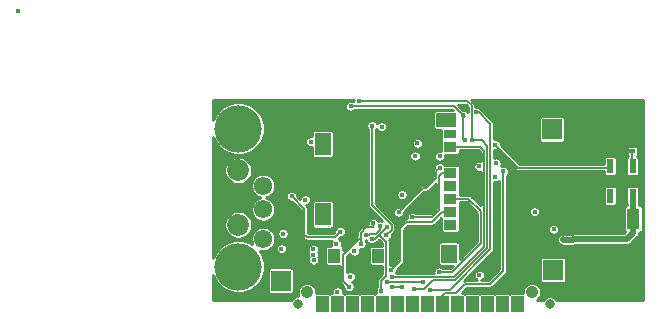
<source format=gbr>
G04 #@! TF.GenerationSoftware,KiCad,Pcbnew,(5.1.6)-1*
G04 #@! TF.CreationDate,2021-12-03T11:37:04+01:00*
G04 #@! TF.ProjectId,Keyvilboard2.0,4b657976-696c-4626-9f61-7264322e302e,rev?*
G04 #@! TF.SameCoordinates,Original*
G04 #@! TF.FileFunction,Copper,L4,Bot*
G04 #@! TF.FilePolarity,Positive*
%FSLAX46Y46*%
G04 Gerber Fmt 4.6, Leading zero omitted, Abs format (unit mm)*
G04 Created by KiCad (PCBNEW (5.1.6)-1) date 2021-12-03 11:37:04*
%MOMM*%
%LPD*%
G01*
G04 APERTURE LIST*
G04 #@! TA.AperFunction,EtchedComponent*
%ADD10C,0.002000*%
G04 #@! TD*
G04 #@! TA.AperFunction,SMDPad,CuDef*
%ADD11R,1.070000X1.820000*%
G04 #@! TD*
G04 #@! TA.AperFunction,SMDPad,CuDef*
%ADD12R,0.600000X1.200000*%
G04 #@! TD*
G04 #@! TA.AperFunction,SMDPad,CuDef*
%ADD13R,0.470000X0.440000*%
G04 #@! TD*
G04 #@! TA.AperFunction,ComponentPad*
%ADD14R,1.725000X1.725000*%
G04 #@! TD*
G04 #@! TA.AperFunction,ComponentPad*
%ADD15C,3.540000*%
G04 #@! TD*
G04 #@! TA.AperFunction,ComponentPad*
%ADD16C,4.000000*%
G04 #@! TD*
G04 #@! TA.AperFunction,ComponentPad*
%ADD17C,1.850000*%
G04 #@! TD*
G04 #@! TA.AperFunction,ComponentPad*
%ADD18C,1.550000*%
G04 #@! TD*
G04 #@! TA.AperFunction,ComponentPad*
%ADD19C,1.067000*%
G04 #@! TD*
G04 #@! TA.AperFunction,ComponentPad*
%ADD20C,0.813000*%
G04 #@! TD*
G04 #@! TA.AperFunction,ViaPad*
%ADD21R,1.016000X1.016000*%
G04 #@! TD*
G04 #@! TA.AperFunction,SMDPad,CuDef*
%ADD22R,1.350000X1.550000*%
G04 #@! TD*
G04 #@! TA.AperFunction,SMDPad,CuDef*
%ADD23R,1.000000X1.200000*%
G04 #@! TD*
G04 #@! TA.AperFunction,SMDPad,CuDef*
%ADD24R,1.350000X1.900000*%
G04 #@! TD*
G04 #@! TA.AperFunction,SMDPad,CuDef*
%ADD25R,1.800000X1.170000*%
G04 #@! TD*
G04 #@! TA.AperFunction,SMDPad,CuDef*
%ADD26R,1.100000X0.750000*%
G04 #@! TD*
G04 #@! TA.AperFunction,SMDPad,CuDef*
%ADD27R,1.100000X0.850000*%
G04 #@! TD*
G04 #@! TA.AperFunction,ViaPad*
%ADD28C,0.450000*%
G04 #@! TD*
G04 #@! TA.AperFunction,Conductor*
%ADD29C,0.127000*%
G04 #@! TD*
G04 #@! TA.AperFunction,Conductor*
%ADD30C,0.254000*%
G04 #@! TD*
G04 #@! TA.AperFunction,Conductor*
%ADD31C,0.508000*%
G04 #@! TD*
G04 APERTURE END LIST*
D10*
G04 #@! TO.C,U1*
G36*
X161523000Y-109964000D02*
G01*
X161523000Y-108696000D01*
X162537000Y-108696000D01*
X162537000Y-109964000D01*
X161523000Y-109964000D01*
G37*
X161523000Y-109964000D02*
X161523000Y-108696000D01*
X162537000Y-108696000D01*
X162537000Y-109964000D01*
X161523000Y-109964000D01*
G36*
X160253000Y-109964000D02*
G01*
X160253000Y-108696000D01*
X161267000Y-108696000D01*
X161267000Y-109964000D01*
X160253000Y-109964000D01*
G37*
X160253000Y-109964000D02*
X160253000Y-108696000D01*
X161267000Y-108696000D01*
X161267000Y-109964000D01*
X160253000Y-109964000D01*
G36*
X158983000Y-109964000D02*
G01*
X158983000Y-108696000D01*
X159997000Y-108696000D01*
X159997000Y-109964000D01*
X158983000Y-109964000D01*
G37*
X158983000Y-109964000D02*
X158983000Y-108696000D01*
X159997000Y-108696000D01*
X159997000Y-109964000D01*
X158983000Y-109964000D01*
G36*
X157713000Y-109964000D02*
G01*
X157713000Y-108696000D01*
X158727000Y-108696000D01*
X158727000Y-109964000D01*
X157713000Y-109964000D01*
G37*
X157713000Y-109964000D02*
X157713000Y-108696000D01*
X158727000Y-108696000D01*
X158727000Y-109964000D01*
X157713000Y-109964000D01*
G36*
X156443000Y-109964000D02*
G01*
X156443000Y-108696000D01*
X157457000Y-108696000D01*
X157457000Y-109964000D01*
X156443000Y-109964000D01*
G37*
X156443000Y-109964000D02*
X156443000Y-108696000D01*
X157457000Y-108696000D01*
X157457000Y-109964000D01*
X156443000Y-109964000D01*
G36*
X155173000Y-109964000D02*
G01*
X155173000Y-108696000D01*
X156187000Y-108696000D01*
X156187000Y-109964000D01*
X155173000Y-109964000D01*
G37*
X155173000Y-109964000D02*
X155173000Y-108696000D01*
X156187000Y-108696000D01*
X156187000Y-109964000D01*
X155173000Y-109964000D01*
G36*
X153903000Y-109964000D02*
G01*
X153903000Y-108696000D01*
X154917000Y-108696000D01*
X154917000Y-109964000D01*
X153903000Y-109964000D01*
G37*
X153903000Y-109964000D02*
X153903000Y-108696000D01*
X154917000Y-108696000D01*
X154917000Y-109964000D01*
X153903000Y-109964000D01*
G36*
X152633000Y-109964000D02*
G01*
X152633000Y-108696000D01*
X153647000Y-108696000D01*
X153647000Y-109964000D01*
X152633000Y-109964000D01*
G37*
X152633000Y-109964000D02*
X152633000Y-108696000D01*
X153647000Y-108696000D01*
X153647000Y-109964000D01*
X152633000Y-109964000D01*
G36*
X151363000Y-109964000D02*
G01*
X151363000Y-108696000D01*
X152377000Y-108696000D01*
X152377000Y-109964000D01*
X151363000Y-109964000D01*
G37*
X151363000Y-109964000D02*
X151363000Y-108696000D01*
X152377000Y-108696000D01*
X152377000Y-109964000D01*
X151363000Y-109964000D01*
G36*
X150093000Y-109964000D02*
G01*
X150093000Y-108696000D01*
X151107000Y-108696000D01*
X151107000Y-109964000D01*
X150093000Y-109964000D01*
G37*
X150093000Y-109964000D02*
X150093000Y-108696000D01*
X151107000Y-108696000D01*
X151107000Y-109964000D01*
X150093000Y-109964000D01*
G36*
X148823000Y-109964000D02*
G01*
X148823000Y-108696000D01*
X149837000Y-108696000D01*
X149837000Y-109964000D01*
X148823000Y-109964000D01*
G37*
X148823000Y-109964000D02*
X148823000Y-108696000D01*
X149837000Y-108696000D01*
X149837000Y-109964000D01*
X148823000Y-109964000D01*
G36*
X147553000Y-109964000D02*
G01*
X147553000Y-108696000D01*
X148567000Y-108696000D01*
X148567000Y-109964000D01*
X147553000Y-109964000D01*
G37*
X147553000Y-109964000D02*
X147553000Y-108696000D01*
X148567000Y-108696000D01*
X148567000Y-109964000D01*
X147553000Y-109964000D01*
G36*
X146283000Y-109964000D02*
G01*
X146283000Y-108696000D01*
X147297000Y-108696000D01*
X147297000Y-109964000D01*
X146283000Y-109964000D01*
G37*
X146283000Y-109964000D02*
X146283000Y-108696000D01*
X147297000Y-108696000D01*
X147297000Y-109964000D01*
X146283000Y-109964000D01*
G36*
X145013000Y-109964000D02*
G01*
X145013000Y-108696000D01*
X146027000Y-108696000D01*
X146027000Y-109964000D01*
X145013000Y-109964000D01*
G37*
X145013000Y-109964000D02*
X145013000Y-108696000D01*
X146027000Y-108696000D01*
X146027000Y-109964000D01*
X145013000Y-109964000D01*
G04 #@! TD*
D11*
G04 #@! TO.P,C1,2*
G04 #@! TO.N,GND*
X169130000Y-102130000D03*
G04 #@! TO.P,C1,1*
G04 #@! TO.N,VDC*
X171890000Y-102130000D03*
G04 #@! TD*
D12*
G04 #@! TO.P,KEYPWR1,5*
G04 #@! TO.N,VCC*
X171820000Y-97670000D03*
G04 #@! TO.P,KEYPWR1,4*
G04 #@! TO.N,D11*
X169920000Y-97670000D03*
G04 #@! TO.P,KEYPWR1,3*
G04 #@! TO.N,Net-(KEYPWR1-Pad3)*
X169920000Y-100170000D03*
G04 #@! TO.P,KEYPWR1,2*
G04 #@! TO.N,GND*
X170870000Y-100170000D03*
G04 #@! TO.P,KEYPWR1,1*
G04 #@! TO.N,VDC*
X171820000Y-100170000D03*
G04 #@! TD*
D13*
G04 #@! TO.P,0.1uF5,2*
G04 #@! TO.N,GND*
X171130000Y-96420000D03*
G04 #@! TO.P,0.1uF5,1*
G04 #@! TO.N,VCC*
X171800000Y-96420000D03*
G04 #@! TD*
D14*
G04 #@! TO.P,TX1,1*
G04 #@! TO.N,NRFTX*
X165000000Y-94560000D03*
G04 #@! TD*
G04 #@! TO.P,RX1,1*
G04 #@! TO.N,NRFRX*
X165060000Y-106460000D03*
G04 #@! TD*
G04 #@! TO.P,GND1,1*
G04 #@! TO.N,GND*
X142180000Y-93700000D03*
G04 #@! TD*
G04 #@! TO.P,5V+1,1*
G04 #@! TO.N,+5V*
X142030000Y-107360000D03*
G04 #@! TD*
D15*
G04 #@! TO.P,USBFEMALE1,MH2*
G04 #@! TO.N,GND*
X170370000Y-93820000D03*
G04 #@! TO.P,USBFEMALE1,MH1*
X170370000Y-106940000D03*
G04 #@! TD*
D16*
G04 #@! TO.P,USBMALE1,8*
G04 #@! TO.N,N/C*
X138450000Y-94480000D03*
G04 #@! TO.P,USBMALE1,7*
X138450000Y-106180000D03*
D17*
G04 #@! TO.P,USBMALE1,6*
X138450000Y-102630000D03*
G04 #@! TO.P,USBMALE1,5*
X138450000Y-98030000D03*
D18*
G04 #@! TO.P,USBMALE1,4*
G04 #@! TO.N,GND*
X140550000Y-96830000D03*
G04 #@! TO.P,USBMALE1,3*
G04 #@! TO.N,D+AT*
X140550000Y-99330000D03*
G04 #@! TO.P,USBMALE1,2*
G04 #@! TO.N,D-AT*
X140550000Y-101330000D03*
G04 #@! TO.P,USBMALE1,1*
G04 #@! TO.N,+5V*
X140550000Y-103830000D03*
G04 #@! TD*
D19*
G04 #@! TO.P,U1,18*
G04 #@! TO.N,N/C*
X163300000Y-108339000D03*
D20*
G04 #@! TO.P,U1,17*
X164799000Y-109330000D03*
G04 #@! TO.P,U1,16*
X143488000Y-109330000D03*
D19*
G04 #@! TO.P,U1,15*
X144250000Y-108339000D03*
D21*
G04 #@! TD*
G04 #@! TO.N,GND*
G04 #@! TO.C,U1*
X162030000Y-109330000D03*
G04 #@! TO.N,Net-(U1-Pad13)*
G04 #@! TO.C,U1*
X160760000Y-109330000D03*
G04 #@! TO.N,Net-(U1-Pad12)*
X159490000Y-109330000D03*
G04 #@! TO.N,Net-(U1-Pad11)*
X158220000Y-109330000D03*
G04 #@! TO.N,Net-(U1-Pad10)*
X156950000Y-109330000D03*
G04 #@! TO.N,MCLR*
X155680000Y-109330000D03*
G04 #@! TO.N,TXUSBH-PGRCLK*
X154410000Y-109330000D03*
G04 #@! TO.N,RXUSBH-PGRDATA*
X153140000Y-109330000D03*
G04 #@! TO.N,RST*
X151870000Y-109330000D03*
G04 #@! TO.N,MISO*
X150600000Y-109330000D03*
G04 #@! TO.N,MOSI*
X149330000Y-109330000D03*
G04 #@! TO.N,SCLK*
X148060000Y-109330000D03*
G04 #@! TO.N,+3V3*
X146790000Y-109330000D03*
G04 #@! TO.N,VCC*
X145520000Y-109330000D03*
G04 #@! TD*
D22*
G04 #@! TO.P,SD1,14*
G04 #@! TO.N,N/C*
X156280000Y-105075000D03*
D23*
G04 #@! TO.P,SD1,13*
X150255000Y-105250000D03*
G04 #@! TO.P,SD1,12*
X146555000Y-105250000D03*
D24*
G04 #@! TO.P,SD1,11*
X145580000Y-101750000D03*
G04 #@! TO.P,SD1,10*
X145580000Y-95780000D03*
D25*
G04 #@! TO.P,SD1,9*
X156055000Y-93755000D03*
D26*
G04 #@! TO.P,SD1,8*
G04 #@! TO.N,Net-(SD1-Pad8)*
X156405000Y-94965000D03*
D27*
G04 #@! TO.P,SD1,7*
G04 #@! TO.N,DO*
X156405000Y-96015000D03*
G04 #@! TO.P,SD1,6*
G04 #@! TO.N,GND*
X156405000Y-97115000D03*
G04 #@! TO.P,SD1,5*
G04 #@! TO.N,CLK*
X156405000Y-98215000D03*
G04 #@! TO.P,SD1,4*
G04 #@! TO.N,+3V3*
X156405000Y-99315000D03*
G04 #@! TO.P,SD1,3*
G04 #@! TO.N,DI*
X156405000Y-100415000D03*
G04 #@! TO.P,SD1,2*
G04 #@! TO.N,CS*
X156405000Y-101515000D03*
G04 #@! TO.P,SD1,1*
G04 #@! TO.N,Net-(SD1-Pad1)*
X156405000Y-102615000D03*
G04 #@! TD*
D28*
G04 #@! TO.N,*
X119820000Y-84490000D03*
G04 #@! TO.N,GND*
X154800000Y-96600000D03*
X154250000Y-96620000D03*
X171130000Y-96420000D03*
X170910000Y-100320000D03*
X169090000Y-102640000D03*
X156650000Y-103520000D03*
X156620000Y-97370000D03*
X150450000Y-97040000D03*
X146730000Y-96890000D03*
X148530000Y-96890000D03*
X150430000Y-98650000D03*
X146520000Y-98410000D03*
X148570000Y-98610000D03*
X148570000Y-100400000D03*
X150420000Y-100390000D03*
X146530000Y-100390000D03*
X158210000Y-106890000D03*
X154080000Y-104840000D03*
X154110000Y-99130000D03*
X143540000Y-103410000D03*
X142980000Y-103420000D03*
X142970000Y-104050000D03*
X143560000Y-104070000D03*
X143520000Y-104630000D03*
X142960000Y-104630000D03*
X143270000Y-105570000D03*
X136620000Y-92350000D03*
X140080000Y-92330000D03*
X143610000Y-92280000D03*
X145740000Y-92240000D03*
X141910000Y-92280000D03*
X136730000Y-108820000D03*
X139650000Y-108960000D03*
X142790000Y-108910000D03*
X136530000Y-104310000D03*
X136530000Y-102640000D03*
X136530000Y-100970000D03*
X136560000Y-99440000D03*
X136610000Y-97710000D03*
X136560000Y-95900000D03*
X138290000Y-100910000D03*
X138340000Y-99440000D03*
X141090000Y-95250000D03*
X141500000Y-97920000D03*
X142950000Y-98770000D03*
X143860000Y-99580000D03*
X143830000Y-98160000D03*
X142580000Y-97060000D03*
X143050000Y-95690000D03*
X144000000Y-94220000D03*
X144240000Y-93140000D03*
X143840000Y-107060000D03*
X146760000Y-106660000D03*
X145310000Y-106470000D03*
X143610000Y-106250000D03*
X158730000Y-108200000D03*
X159550000Y-107240000D03*
X159540000Y-108220000D03*
X161350000Y-108200000D03*
X161320000Y-107470000D03*
X146880000Y-93840000D03*
X145560000Y-93750000D03*
X146630000Y-92930000D03*
X147090000Y-92120000D03*
X148870000Y-94240000D03*
X148840000Y-93370000D03*
X149850000Y-93380000D03*
X150620000Y-93740000D03*
X151390000Y-94020000D03*
X151400000Y-95400000D03*
X152250000Y-95400000D03*
X152280000Y-94020000D03*
X151580000Y-93180000D03*
X154470000Y-93150000D03*
X153220000Y-93140000D03*
X154960000Y-97290000D03*
X153230000Y-101120000D03*
X155020000Y-101110000D03*
X153310000Y-102860000D03*
X155410000Y-102970000D03*
X163130000Y-106820000D03*
X164570000Y-108110000D03*
X165950000Y-108780000D03*
X172450000Y-108900000D03*
X172570000Y-92130000D03*
X172560000Y-95260000D03*
X172570000Y-104540000D03*
X172510000Y-107060000D03*
X167110000Y-107580000D03*
X167980000Y-108850000D03*
X168760000Y-96570000D03*
X167330000Y-98410000D03*
X166880000Y-96400000D03*
X164620000Y-96480000D03*
X164430000Y-98690000D03*
X164460000Y-101260000D03*
X163580000Y-99980000D03*
X161730000Y-98720000D03*
X162870000Y-97350000D03*
X162070000Y-95680000D03*
X160800000Y-95230000D03*
X167440000Y-94950000D03*
X167580000Y-92280000D03*
X166280000Y-95030000D03*
X166320000Y-92120000D03*
X166290000Y-93300000D03*
X163450000Y-94010000D03*
X163530000Y-92160000D03*
X161940000Y-94130000D03*
X161900000Y-92140000D03*
X160520000Y-94090000D03*
X160540000Y-92270000D03*
X160040000Y-93290000D03*
X158540000Y-92190000D03*
X166800000Y-105450000D03*
X157480000Y-92580000D03*
X152770000Y-97490000D03*
X149730000Y-108080000D03*
X147760000Y-105950000D03*
X153230000Y-106600000D03*
X163640000Y-104270000D03*
X151640000Y-102070000D03*
X151440000Y-105110000D03*
X151640000Y-103810000D03*
X170010000Y-98910000D03*
X170960000Y-98910000D03*
X171900000Y-98920000D03*
X154700000Y-95940000D03*
X153800000Y-94510000D03*
G04 #@! TO.N,+3V3*
X156470000Y-99310000D03*
X160250000Y-97410000D03*
X163520000Y-101520000D03*
X158835000Y-106880000D03*
X160193520Y-98580000D03*
X158830000Y-97680000D03*
X146820000Y-108300000D03*
X155490000Y-96830000D03*
X147910000Y-107020000D03*
G04 #@! TO.N,VCC*
X171810000Y-97460000D03*
X171790000Y-98010000D03*
X153600000Y-95730000D03*
X153410000Y-96810000D03*
X144800000Y-104690000D03*
X144800000Y-105150000D03*
X144810000Y-105620000D03*
X144552998Y-95590000D03*
X144110000Y-100520000D03*
X150590000Y-94340000D03*
X152304018Y-100068572D03*
X146750000Y-104260000D03*
X148276553Y-104861053D03*
X165140000Y-103000000D03*
G04 #@! TO.N,MCLR*
X160870000Y-98100000D03*
G04 #@! TO.N,RXUSBH-PGRDATA*
X148660000Y-92160000D03*
X153280000Y-108030000D03*
X158186340Y-95493660D03*
G04 #@! TO.N,+5V*
X142090000Y-104660000D03*
X142230000Y-103370000D03*
G04 #@! TO.N,Net-(22Ohm2-Pad2)*
X142950000Y-100200000D03*
X147060000Y-103200000D03*
G04 #@! TO.N,TXUSBH-PGRCLK*
X147960000Y-92590000D03*
X154653712Y-108133712D03*
X158601840Y-93110000D03*
X157478951Y-93351049D03*
X157609899Y-95468231D03*
G04 #@! TO.N,MISO*
X151010000Y-102860000D03*
X149740000Y-103830000D03*
X150540000Y-108220000D03*
G04 #@! TO.N,MOSI*
X150447168Y-102732909D03*
X149278398Y-103483799D03*
G04 #@! TO.N,SCLK*
X149885230Y-102515989D03*
X147820000Y-107870000D03*
X148819513Y-104228822D03*
G04 #@! TO.N,SS*
X149760000Y-94230000D03*
X150957606Y-103500000D03*
G04 #@! TO.N,DO*
X151454500Y-107049376D03*
G04 #@! TO.N,CLK*
X153180000Y-101980000D03*
X151454500Y-107880376D03*
X152285500Y-107880376D03*
G04 #@! TO.N,DI*
X151033575Y-107444032D03*
X154120000Y-107464876D03*
X155440000Y-106633876D03*
G04 #@! TO.N,CS*
X151361001Y-106480000D03*
G04 #@! TO.N,D11*
X160193520Y-95837998D03*
X152030001Y-101580000D03*
X155502998Y-97800000D03*
G04 #@! TO.N,VDC*
X165920000Y-103870000D03*
X167730000Y-103870000D03*
X166790000Y-103890000D03*
G04 #@! TD*
D29*
G04 #@! TO.N,VCC*
X171800000Y-97450000D02*
X171810000Y-97460000D01*
X171800000Y-96420000D02*
X171800000Y-97450000D01*
G04 #@! TO.N,MCLR*
X155680000Y-108695000D02*
X155680000Y-109330000D01*
X155935000Y-108440000D02*
X155680000Y-108695000D01*
X160870000Y-106534942D02*
X159749441Y-107655501D01*
X156890000Y-108440000D02*
X155935000Y-108440000D01*
X160870000Y-98100000D02*
X160870000Y-106534942D01*
X157674499Y-107655501D02*
X156890000Y-108440000D01*
X159749441Y-107655501D02*
X157674499Y-107655501D01*
X155680000Y-108695000D02*
X155680000Y-109089490D01*
G04 #@! TO.N,RXUSBH-PGRDATA*
X158186340Y-92526340D02*
X157820000Y-92160000D01*
X157820000Y-92160000D02*
X148660000Y-92160000D01*
X154169818Y-108030000D02*
X154896432Y-107303386D01*
X153280000Y-108030000D02*
X154169818Y-108030000D01*
X159524010Y-104595214D02*
X159524010Y-95920840D01*
X156815839Y-107303385D02*
X159524010Y-104595214D01*
X154896432Y-107303386D02*
X156815839Y-107303385D01*
X158186340Y-92526340D02*
X158186340Y-95493660D01*
X159096830Y-95493660D02*
X159524010Y-95920840D01*
X158186340Y-95493660D02*
X159096830Y-95493660D01*
G04 #@! TO.N,Net-(22Ohm2-Pad2)*
X142950000Y-100200000D02*
X144028501Y-101278501D01*
X144219199Y-103653501D02*
X146636499Y-103653501D01*
X144028501Y-103462803D02*
X144219199Y-103653501D01*
X144028501Y-101278501D02*
X144028501Y-103462803D01*
X146636499Y-103653501D02*
X147060000Y-103230000D01*
X147060000Y-103230000D02*
X147060000Y-103200000D01*
G04 #@! TO.N,TXUSBH-PGRCLK*
X156717902Y-92590000D02*
X147960000Y-92590000D01*
X159778020Y-94078020D02*
X158810000Y-93110000D01*
X159778020Y-104700428D02*
X159778020Y-94078020D01*
X154653712Y-108133712D02*
X156344736Y-108133712D01*
X156344736Y-108133712D02*
X159778020Y-104700428D01*
X158810000Y-93110000D02*
X158630000Y-93110000D01*
X158630000Y-93110000D02*
X158601840Y-93110000D01*
X157614060Y-93486158D02*
X157478951Y-93351049D01*
X157478951Y-93351049D02*
X156717902Y-92590000D01*
X157478951Y-93351049D02*
X157478951Y-95337283D01*
X157478951Y-95337283D02*
X157609899Y-95468231D01*
G04 #@! TO.N,MISO*
X150040000Y-103830000D02*
X149740000Y-103830000D01*
X150945501Y-104075501D02*
X150945501Y-106944499D01*
X150370000Y-103500000D02*
X150945501Y-104075501D01*
X150370000Y-103500000D02*
X150040000Y-103830000D01*
X151010000Y-102860000D02*
X150370000Y-103500000D01*
X150945501Y-106944499D02*
X150480000Y-107410000D01*
X150480000Y-107410000D02*
X150480000Y-108160000D01*
X150480000Y-108160000D02*
X150540000Y-108220000D01*
G04 #@! TO.N,MOSI*
X150447168Y-102732909D02*
X150447168Y-103063608D01*
X150447168Y-103063608D02*
X150080776Y-103430000D01*
X149471259Y-103483799D02*
X149278398Y-103483799D01*
X149540559Y-103414499D02*
X149471259Y-103483799D01*
X150080776Y-103430000D02*
X150065275Y-103414499D01*
X150065275Y-103414499D02*
X149540559Y-103414499D01*
G04 #@! TO.N,SCLK*
X149885230Y-102515989D02*
X149885230Y-102854770D01*
X149885230Y-102854770D02*
X149292485Y-102854770D01*
X149292485Y-102854770D02*
X148830000Y-103317255D01*
X148830000Y-103750000D02*
X148800000Y-103750000D01*
X148830000Y-103317255D02*
X148830000Y-103750000D01*
X148830000Y-103750000D02*
X148830000Y-104218335D01*
X148830000Y-104218335D02*
X148819513Y-104228822D01*
X147344499Y-107394499D02*
X147820000Y-107870000D01*
X147344499Y-105178165D02*
X147344499Y-107394499D01*
X148772664Y-103750000D02*
X147344499Y-105178165D01*
X148830000Y-103750000D02*
X148772664Y-103750000D01*
G04 #@! TO.N,SS*
X151425501Y-103032105D02*
X150957606Y-103500000D01*
X151425501Y-102660559D02*
X151425501Y-103032105D01*
X149760000Y-94230000D02*
X149760000Y-100995058D01*
X149760000Y-100995058D02*
X151425501Y-102660559D01*
G04 #@! TO.N,DO*
X151454500Y-107049376D02*
X156710624Y-107049376D01*
X156710624Y-107049376D02*
X159270000Y-104490000D01*
X159270000Y-104490000D02*
X159270000Y-96420000D01*
X158865000Y-96015000D02*
X156405000Y-96015000D01*
X159270000Y-96420000D02*
X158865000Y-96015000D01*
G04 #@! TO.N,CLK*
X153180000Y-101980000D02*
X154860000Y-101980000D01*
X154860000Y-101980000D02*
X155460000Y-101380000D01*
X155728000Y-98215000D02*
X156405000Y-98215000D01*
X155460000Y-98483000D02*
X155728000Y-98215000D01*
X155460000Y-101380000D02*
X155460000Y-98483000D01*
X151454500Y-107880376D02*
X152285500Y-107880376D01*
G04 #@! TO.N,DI*
X151033575Y-107444032D02*
X151054419Y-107464876D01*
X151054419Y-107464876D02*
X154120000Y-107464876D01*
X156514026Y-106633876D02*
X158970000Y-104177902D01*
X155440000Y-106633876D02*
X156514026Y-106633876D01*
X158970000Y-104177902D02*
X158970000Y-101460000D01*
X157925000Y-100415000D02*
X156405000Y-100415000D01*
X158970000Y-101460000D02*
X157925000Y-100415000D01*
G04 #@! TO.N,CS*
X156007803Y-101515000D02*
X156405000Y-101515000D01*
X151361001Y-106480000D02*
X152160000Y-105681001D01*
X152160000Y-105681001D02*
X152160000Y-102910000D01*
X155728000Y-101515000D02*
X156405000Y-101515000D01*
X154847499Y-102395501D02*
X155728000Y-101515000D01*
X152674499Y-102395501D02*
X154847499Y-102395501D01*
X152160000Y-102910000D02*
X152674499Y-102395501D01*
G04 #@! TO.N,D11*
X154064500Y-99545501D02*
X154309441Y-99545501D01*
X155205990Y-98648952D02*
X155205990Y-98097008D01*
X152030001Y-101580000D02*
X154064500Y-99545501D01*
X154309441Y-99545501D02*
X155205990Y-98648952D01*
X155205990Y-98097008D02*
X155502998Y-97800000D01*
X169800021Y-97789979D02*
X169920000Y-97670000D01*
X160193520Y-95837998D02*
X162145501Y-97789979D01*
X162145501Y-97789979D02*
X169800021Y-97789979D01*
G04 #@! TO.N,VDC*
X166790000Y-103890000D02*
X166940000Y-103890000D01*
X166878062Y-103801938D02*
X166790000Y-103890000D01*
X167730000Y-103870000D02*
X167730000Y-103860000D01*
X167730000Y-103860000D02*
X167671938Y-103801938D01*
X166780000Y-103890000D02*
X166680000Y-103790000D01*
X166000000Y-103790000D02*
X165920000Y-103870000D01*
X166790000Y-103890000D02*
X166780000Y-103890000D01*
D30*
X167755999Y-103844001D02*
X167730000Y-103870000D01*
D31*
X171820000Y-101940000D02*
X171890000Y-102010000D01*
X171820000Y-100170000D02*
X171820000Y-101940000D01*
X171890000Y-102010000D02*
X171890000Y-103300000D01*
X171320000Y-103870000D02*
X167730000Y-103870000D01*
X171890000Y-103300000D02*
X171320000Y-103870000D01*
X166810000Y-103870000D02*
X166790000Y-103890000D01*
X167730000Y-103870000D02*
X166810000Y-103870000D01*
X165940000Y-103890000D02*
X165920000Y-103870000D01*
X166790000Y-103890000D02*
X165940000Y-103890000D01*
G04 #@! TD*
D30*
G04 #@! TO.N,GND*
G36*
X172686173Y-92033918D02*
G01*
X172695828Y-109026000D01*
X165388000Y-109026000D01*
X165384328Y-109017136D01*
X165312044Y-108908956D01*
X165220044Y-108816956D01*
X165111864Y-108744672D01*
X164991661Y-108694883D01*
X164864054Y-108669500D01*
X164733946Y-108669500D01*
X164606339Y-108694883D01*
X164486136Y-108744672D01*
X164377956Y-108816956D01*
X164285956Y-108908956D01*
X164213672Y-109017136D01*
X164210000Y-109026000D01*
X163689294Y-109026000D01*
X163802002Y-108950691D01*
X163911691Y-108841002D01*
X163997873Y-108712021D01*
X164057236Y-108568705D01*
X164087500Y-108416562D01*
X164087500Y-108261438D01*
X164057236Y-108109295D01*
X163997873Y-107965979D01*
X163911691Y-107836998D01*
X163802002Y-107727309D01*
X163673021Y-107641127D01*
X163529705Y-107581764D01*
X163377562Y-107551500D01*
X163222438Y-107551500D01*
X163070295Y-107581764D01*
X162926979Y-107641127D01*
X162797998Y-107727309D01*
X162688309Y-107836998D01*
X162602127Y-107965979D01*
X162542764Y-108109295D01*
X162512500Y-108261438D01*
X162512500Y-108416562D01*
X162517361Y-108441000D01*
X161523000Y-108441000D01*
X161499081Y-108443345D01*
X161475218Y-108445517D01*
X161474364Y-108445768D01*
X161473470Y-108445856D01*
X161450470Y-108452800D01*
X161427475Y-108459568D01*
X161426681Y-108459983D01*
X161425827Y-108460241D01*
X161404674Y-108471488D01*
X161394851Y-108476624D01*
X161388523Y-108473202D01*
X161367455Y-108461620D01*
X161366599Y-108461349D01*
X161365816Y-108460925D01*
X161342928Y-108453840D01*
X161320017Y-108446572D01*
X161319129Y-108446472D01*
X161318275Y-108446208D01*
X161294379Y-108443697D01*
X161270560Y-108441025D01*
X161268846Y-108441013D01*
X161268780Y-108441006D01*
X161268714Y-108441012D01*
X161267000Y-108441000D01*
X160253000Y-108441000D01*
X160229081Y-108443345D01*
X160205218Y-108445517D01*
X160204364Y-108445768D01*
X160203470Y-108445856D01*
X160180470Y-108452800D01*
X160157475Y-108459568D01*
X160156681Y-108459983D01*
X160155827Y-108460241D01*
X160134674Y-108471488D01*
X160124851Y-108476624D01*
X160118523Y-108473202D01*
X160097455Y-108461620D01*
X160096599Y-108461349D01*
X160095816Y-108460925D01*
X160072928Y-108453840D01*
X160050017Y-108446572D01*
X160049129Y-108446472D01*
X160048275Y-108446208D01*
X160024379Y-108443697D01*
X160000560Y-108441025D01*
X159998846Y-108441013D01*
X159998780Y-108441006D01*
X159998714Y-108441012D01*
X159997000Y-108441000D01*
X158983000Y-108441000D01*
X158959081Y-108443345D01*
X158935218Y-108445517D01*
X158934364Y-108445768D01*
X158933470Y-108445856D01*
X158910470Y-108452800D01*
X158887475Y-108459568D01*
X158886681Y-108459983D01*
X158885827Y-108460241D01*
X158864674Y-108471488D01*
X158854851Y-108476624D01*
X158848523Y-108473202D01*
X158827455Y-108461620D01*
X158826599Y-108461349D01*
X158825816Y-108460925D01*
X158802928Y-108453840D01*
X158780017Y-108446572D01*
X158779129Y-108446472D01*
X158778275Y-108446208D01*
X158754379Y-108443697D01*
X158730560Y-108441025D01*
X158728846Y-108441013D01*
X158728780Y-108441006D01*
X158728714Y-108441012D01*
X158727000Y-108441000D01*
X157713000Y-108441000D01*
X157689081Y-108443345D01*
X157665218Y-108445517D01*
X157664364Y-108445768D01*
X157663470Y-108445856D01*
X157640470Y-108452800D01*
X157617475Y-108459568D01*
X157616681Y-108459983D01*
X157615827Y-108460241D01*
X157594674Y-108471488D01*
X157584851Y-108476624D01*
X157578523Y-108473202D01*
X157557455Y-108461620D01*
X157556599Y-108461349D01*
X157555816Y-108460925D01*
X157532928Y-108453840D01*
X157510017Y-108446572D01*
X157509129Y-108446472D01*
X157508275Y-108446208D01*
X157484379Y-108443697D01*
X157460560Y-108441025D01*
X157458846Y-108441013D01*
X157458780Y-108441006D01*
X157458714Y-108441012D01*
X157457000Y-108441000D01*
X157338012Y-108441000D01*
X157806012Y-107973001D01*
X159733845Y-107973001D01*
X159749441Y-107974537D01*
X159765037Y-107973001D01*
X159811682Y-107968407D01*
X159871531Y-107950252D01*
X159926688Y-107920770D01*
X159975034Y-107881094D01*
X159984983Y-107868971D01*
X161083476Y-106770479D01*
X161095593Y-106760535D01*
X161135269Y-106712189D01*
X161164751Y-106657032D01*
X161182906Y-106597183D01*
X161187500Y-106550538D01*
X161189036Y-106534942D01*
X161187500Y-106519346D01*
X161187500Y-105597500D01*
X163942272Y-105597500D01*
X163942272Y-107322500D01*
X163947176Y-107372293D01*
X163961700Y-107420172D01*
X163985286Y-107464297D01*
X164017027Y-107502973D01*
X164055703Y-107534714D01*
X164099828Y-107558300D01*
X164147707Y-107572824D01*
X164197500Y-107577728D01*
X165922500Y-107577728D01*
X165972293Y-107572824D01*
X166020172Y-107558300D01*
X166064297Y-107534714D01*
X166102973Y-107502973D01*
X166134714Y-107464297D01*
X166158300Y-107420172D01*
X166172824Y-107372293D01*
X166177728Y-107322500D01*
X166177728Y-105597500D01*
X166172824Y-105547707D01*
X166158300Y-105499828D01*
X166134714Y-105455703D01*
X166102973Y-105417027D01*
X166064297Y-105385286D01*
X166020172Y-105361700D01*
X165972293Y-105347176D01*
X165922500Y-105342272D01*
X164197500Y-105342272D01*
X164147707Y-105347176D01*
X164099828Y-105361700D01*
X164055703Y-105385286D01*
X164017027Y-105417027D01*
X163985286Y-105455703D01*
X163961700Y-105499828D01*
X163947176Y-105547707D01*
X163942272Y-105597500D01*
X161187500Y-105597500D01*
X161187500Y-103870000D01*
X165409543Y-103870000D01*
X165419352Y-103969584D01*
X165448400Y-104065343D01*
X165495571Y-104153595D01*
X165543150Y-104211570D01*
X165563145Y-104231565D01*
X165579052Y-104250948D01*
X165656405Y-104314429D01*
X165744657Y-104361601D01*
X165840415Y-104390649D01*
X165915053Y-104398000D01*
X165915055Y-104398000D01*
X165939999Y-104400457D01*
X165964943Y-104398000D01*
X166765056Y-104398000D01*
X166790000Y-104400457D01*
X166814944Y-104398000D01*
X166814947Y-104398000D01*
X166889585Y-104390649D01*
X166931283Y-104378000D01*
X171295056Y-104378000D01*
X171320000Y-104380457D01*
X171344944Y-104378000D01*
X171344947Y-104378000D01*
X171419585Y-104370649D01*
X171515343Y-104341601D01*
X171603595Y-104294429D01*
X171680948Y-104230948D01*
X171696855Y-104211565D01*
X172231565Y-103676855D01*
X172250948Y-103660948D01*
X172314429Y-103583595D01*
X172361601Y-103495343D01*
X172390649Y-103399585D01*
X172398000Y-103324947D01*
X172398000Y-103324944D01*
X172400457Y-103300000D01*
X172399987Y-103295228D01*
X172425000Y-103295228D01*
X172474793Y-103290324D01*
X172522672Y-103275800D01*
X172566797Y-103252214D01*
X172605473Y-103220473D01*
X172637214Y-103181797D01*
X172660800Y-103137672D01*
X172675324Y-103089793D01*
X172680228Y-103040000D01*
X172680228Y-101220000D01*
X172675324Y-101170207D01*
X172660800Y-101122328D01*
X172637214Y-101078203D01*
X172605473Y-101039527D01*
X172566797Y-101007786D01*
X172522672Y-100984200D01*
X172474793Y-100969676D01*
X172425000Y-100964772D01*
X172328000Y-100964772D01*
X172328000Y-100916932D01*
X172332214Y-100911797D01*
X172355800Y-100867672D01*
X172370324Y-100819793D01*
X172375228Y-100770000D01*
X172375228Y-99570000D01*
X172370324Y-99520207D01*
X172355800Y-99472328D01*
X172332214Y-99428203D01*
X172300473Y-99389527D01*
X172261797Y-99357786D01*
X172217672Y-99334200D01*
X172169793Y-99319676D01*
X172120000Y-99314772D01*
X171520000Y-99314772D01*
X171470207Y-99319676D01*
X171422328Y-99334200D01*
X171378203Y-99357786D01*
X171339527Y-99389527D01*
X171307786Y-99428203D01*
X171284200Y-99472328D01*
X171269676Y-99520207D01*
X171264772Y-99570000D01*
X171264772Y-100770000D01*
X171269676Y-100819793D01*
X171284200Y-100867672D01*
X171307786Y-100911797D01*
X171312000Y-100916932D01*
X171312000Y-100969007D01*
X171305207Y-100969676D01*
X171257328Y-100984200D01*
X171213203Y-101007786D01*
X171174527Y-101039527D01*
X171142786Y-101078203D01*
X171119200Y-101122328D01*
X171104676Y-101170207D01*
X171099772Y-101220000D01*
X171099772Y-103040000D01*
X171104676Y-103089793D01*
X171119200Y-103137672D01*
X171142786Y-103181797D01*
X171174527Y-103220473D01*
X171213203Y-103252214D01*
X171217219Y-103254361D01*
X171109580Y-103362000D01*
X166834943Y-103362000D01*
X166809999Y-103359543D01*
X166785055Y-103362000D01*
X166785053Y-103362000D01*
X166710415Y-103369351D01*
X166668717Y-103382000D01*
X166061279Y-103382000D01*
X166019584Y-103369352D01*
X165920000Y-103359543D01*
X165820416Y-103369352D01*
X165724657Y-103398400D01*
X165636405Y-103445571D01*
X165559053Y-103509053D01*
X165495571Y-103586405D01*
X165448400Y-103674657D01*
X165419352Y-103770416D01*
X165409543Y-103870000D01*
X161187500Y-103870000D01*
X161187500Y-102952823D01*
X164661000Y-102952823D01*
X164661000Y-103047177D01*
X164679407Y-103139719D01*
X164715515Y-103226892D01*
X164767936Y-103305345D01*
X164834655Y-103372064D01*
X164913108Y-103424485D01*
X165000281Y-103460593D01*
X165092823Y-103479000D01*
X165187177Y-103479000D01*
X165279719Y-103460593D01*
X165366892Y-103424485D01*
X165445345Y-103372064D01*
X165512064Y-103305345D01*
X165564485Y-103226892D01*
X165600593Y-103139719D01*
X165619000Y-103047177D01*
X165619000Y-102952823D01*
X165600593Y-102860281D01*
X165564485Y-102773108D01*
X165512064Y-102694655D01*
X165445345Y-102627936D01*
X165366892Y-102575515D01*
X165279719Y-102539407D01*
X165187177Y-102521000D01*
X165092823Y-102521000D01*
X165000281Y-102539407D01*
X164913108Y-102575515D01*
X164834655Y-102627936D01*
X164767936Y-102694655D01*
X164715515Y-102773108D01*
X164679407Y-102860281D01*
X164661000Y-102952823D01*
X161187500Y-102952823D01*
X161187500Y-101472823D01*
X163041000Y-101472823D01*
X163041000Y-101567177D01*
X163059407Y-101659719D01*
X163095515Y-101746892D01*
X163147936Y-101825345D01*
X163214655Y-101892064D01*
X163293108Y-101944485D01*
X163380281Y-101980593D01*
X163472823Y-101999000D01*
X163567177Y-101999000D01*
X163659719Y-101980593D01*
X163746892Y-101944485D01*
X163825345Y-101892064D01*
X163892064Y-101825345D01*
X163944485Y-101746892D01*
X163980593Y-101659719D01*
X163999000Y-101567177D01*
X163999000Y-101472823D01*
X163980593Y-101380281D01*
X163944485Y-101293108D01*
X163892064Y-101214655D01*
X163825345Y-101147936D01*
X163746892Y-101095515D01*
X163659719Y-101059407D01*
X163567177Y-101041000D01*
X163472823Y-101041000D01*
X163380281Y-101059407D01*
X163293108Y-101095515D01*
X163214655Y-101147936D01*
X163147936Y-101214655D01*
X163095515Y-101293108D01*
X163059407Y-101380281D01*
X163041000Y-101472823D01*
X161187500Y-101472823D01*
X161187500Y-99570000D01*
X169364772Y-99570000D01*
X169364772Y-100770000D01*
X169369676Y-100819793D01*
X169384200Y-100867672D01*
X169407786Y-100911797D01*
X169439527Y-100950473D01*
X169478203Y-100982214D01*
X169522328Y-101005800D01*
X169570207Y-101020324D01*
X169620000Y-101025228D01*
X170220000Y-101025228D01*
X170269793Y-101020324D01*
X170317672Y-101005800D01*
X170361797Y-100982214D01*
X170400473Y-100950473D01*
X170432214Y-100911797D01*
X170455800Y-100867672D01*
X170470324Y-100819793D01*
X170475228Y-100770000D01*
X170475228Y-99570000D01*
X170470324Y-99520207D01*
X170455800Y-99472328D01*
X170432214Y-99428203D01*
X170400473Y-99389527D01*
X170361797Y-99357786D01*
X170317672Y-99334200D01*
X170269793Y-99319676D01*
X170220000Y-99314772D01*
X169620000Y-99314772D01*
X169570207Y-99319676D01*
X169522328Y-99334200D01*
X169478203Y-99357786D01*
X169439527Y-99389527D01*
X169407786Y-99428203D01*
X169384200Y-99472328D01*
X169369676Y-99520207D01*
X169364772Y-99570000D01*
X161187500Y-99570000D01*
X161187500Y-98459909D01*
X161242064Y-98405345D01*
X161294485Y-98326892D01*
X161330593Y-98239719D01*
X161349000Y-98147177D01*
X161349000Y-98052823D01*
X161330593Y-97960281D01*
X161294485Y-97873108D01*
X161242064Y-97794655D01*
X161175345Y-97727936D01*
X161096892Y-97675515D01*
X161009719Y-97639407D01*
X160917177Y-97621000D01*
X160822823Y-97621000D01*
X160730281Y-97639407D01*
X160650809Y-97672325D01*
X160674485Y-97636892D01*
X160710593Y-97549719D01*
X160729000Y-97457177D01*
X160729000Y-97362823D01*
X160710593Y-97270281D01*
X160674485Y-97183108D01*
X160622064Y-97104655D01*
X160555345Y-97037936D01*
X160476892Y-96985515D01*
X160389719Y-96949407D01*
X160297177Y-96931000D01*
X160202823Y-96931000D01*
X160110281Y-96949407D01*
X160095520Y-96955521D01*
X160095520Y-96306889D01*
X160146343Y-96316998D01*
X160223508Y-96316998D01*
X161909964Y-98003455D01*
X161919908Y-98015572D01*
X161968254Y-98055248D01*
X162022801Y-98084404D01*
X162023411Y-98084730D01*
X162083260Y-98102885D01*
X162145500Y-98109015D01*
X162161096Y-98107479D01*
X169364772Y-98107479D01*
X169364772Y-98270000D01*
X169369676Y-98319793D01*
X169384200Y-98367672D01*
X169407786Y-98411797D01*
X169439527Y-98450473D01*
X169478203Y-98482214D01*
X169522328Y-98505800D01*
X169570207Y-98520324D01*
X169620000Y-98525228D01*
X170220000Y-98525228D01*
X170269793Y-98520324D01*
X170317672Y-98505800D01*
X170361797Y-98482214D01*
X170400473Y-98450473D01*
X170432214Y-98411797D01*
X170455800Y-98367672D01*
X170470324Y-98319793D01*
X170475228Y-98270000D01*
X170475228Y-97070000D01*
X171264772Y-97070000D01*
X171264772Y-98270000D01*
X171269676Y-98319793D01*
X171284200Y-98367672D01*
X171307786Y-98411797D01*
X171339527Y-98450473D01*
X171378203Y-98482214D01*
X171422328Y-98505800D01*
X171470207Y-98520324D01*
X171520000Y-98525228D01*
X172120000Y-98525228D01*
X172169793Y-98520324D01*
X172217672Y-98505800D01*
X172261797Y-98482214D01*
X172300473Y-98450473D01*
X172332214Y-98411797D01*
X172355800Y-98367672D01*
X172370324Y-98319793D01*
X172375228Y-98270000D01*
X172375228Y-97070000D01*
X172370324Y-97020207D01*
X172355800Y-96972328D01*
X172332214Y-96928203D01*
X172300473Y-96889527D01*
X172261797Y-96857786D01*
X172217672Y-96834200D01*
X172203854Y-96830008D01*
X172215473Y-96820473D01*
X172247214Y-96781797D01*
X172270800Y-96737672D01*
X172285324Y-96689793D01*
X172290228Y-96640000D01*
X172290228Y-96200000D01*
X172285324Y-96150207D01*
X172270800Y-96102328D01*
X172247214Y-96058203D01*
X172215473Y-96019527D01*
X172176797Y-95987786D01*
X172132672Y-95964200D01*
X172084793Y-95949676D01*
X172035000Y-95944772D01*
X171565000Y-95944772D01*
X171515207Y-95949676D01*
X171467328Y-95964200D01*
X171423203Y-95987786D01*
X171384527Y-96019527D01*
X171352786Y-96058203D01*
X171329200Y-96102328D01*
X171314676Y-96150207D01*
X171309772Y-96200000D01*
X171309772Y-96640000D01*
X171314676Y-96689793D01*
X171329200Y-96737672D01*
X171352786Y-96781797D01*
X171384527Y-96820473D01*
X171409566Y-96841022D01*
X171378203Y-96857786D01*
X171339527Y-96889527D01*
X171307786Y-96928203D01*
X171284200Y-96972328D01*
X171269676Y-97020207D01*
X171264772Y-97070000D01*
X170475228Y-97070000D01*
X170470324Y-97020207D01*
X170455800Y-96972328D01*
X170432214Y-96928203D01*
X170400473Y-96889527D01*
X170361797Y-96857786D01*
X170317672Y-96834200D01*
X170269793Y-96819676D01*
X170220000Y-96814772D01*
X169620000Y-96814772D01*
X169570207Y-96819676D01*
X169522328Y-96834200D01*
X169478203Y-96857786D01*
X169439527Y-96889527D01*
X169407786Y-96928203D01*
X169384200Y-96972328D01*
X169369676Y-97020207D01*
X169364772Y-97070000D01*
X169364772Y-97472479D01*
X162277014Y-97472479D01*
X160672520Y-95867986D01*
X160672520Y-95790821D01*
X160654113Y-95698279D01*
X160618005Y-95611106D01*
X160565584Y-95532653D01*
X160498865Y-95465934D01*
X160420412Y-95413513D01*
X160333239Y-95377405D01*
X160240697Y-95358998D01*
X160146343Y-95358998D01*
X160095520Y-95369107D01*
X160095520Y-94093615D01*
X160097056Y-94078019D01*
X160090926Y-94015779D01*
X160072771Y-93955930D01*
X160043289Y-93900773D01*
X160003613Y-93852427D01*
X159991496Y-93842483D01*
X159846513Y-93697500D01*
X163882272Y-93697500D01*
X163882272Y-95422500D01*
X163887176Y-95472293D01*
X163901700Y-95520172D01*
X163925286Y-95564297D01*
X163957027Y-95602973D01*
X163995703Y-95634714D01*
X164039828Y-95658300D01*
X164087707Y-95672824D01*
X164137500Y-95677728D01*
X165862500Y-95677728D01*
X165912293Y-95672824D01*
X165960172Y-95658300D01*
X166004297Y-95634714D01*
X166042973Y-95602973D01*
X166074714Y-95564297D01*
X166098300Y-95520172D01*
X166112824Y-95472293D01*
X166117728Y-95422500D01*
X166117728Y-93697500D01*
X166112824Y-93647707D01*
X166098300Y-93599828D01*
X166074714Y-93555703D01*
X166042973Y-93517027D01*
X166004297Y-93485286D01*
X165960172Y-93461700D01*
X165912293Y-93447176D01*
X165862500Y-93442272D01*
X164137500Y-93442272D01*
X164087707Y-93447176D01*
X164039828Y-93461700D01*
X163995703Y-93485286D01*
X163957027Y-93517027D01*
X163925286Y-93555703D01*
X163901700Y-93599828D01*
X163887176Y-93647707D01*
X163882272Y-93697500D01*
X159846513Y-93697500D01*
X159045542Y-92896530D01*
X159035593Y-92884407D01*
X159016994Y-92869144D01*
X158973904Y-92804655D01*
X158907185Y-92737936D01*
X158828732Y-92685515D01*
X158741559Y-92649407D01*
X158649017Y-92631000D01*
X158554663Y-92631000D01*
X158503840Y-92641109D01*
X158503840Y-92541936D01*
X158505376Y-92526340D01*
X158499246Y-92464099D01*
X158481091Y-92404250D01*
X158471813Y-92386892D01*
X158451609Y-92349093D01*
X158411933Y-92300747D01*
X158399817Y-92290804D01*
X158138997Y-92029985D01*
X172686173Y-92033918D01*
G37*
X172686173Y-92033918D02*
X172695828Y-109026000D01*
X165388000Y-109026000D01*
X165384328Y-109017136D01*
X165312044Y-108908956D01*
X165220044Y-108816956D01*
X165111864Y-108744672D01*
X164991661Y-108694883D01*
X164864054Y-108669500D01*
X164733946Y-108669500D01*
X164606339Y-108694883D01*
X164486136Y-108744672D01*
X164377956Y-108816956D01*
X164285956Y-108908956D01*
X164213672Y-109017136D01*
X164210000Y-109026000D01*
X163689294Y-109026000D01*
X163802002Y-108950691D01*
X163911691Y-108841002D01*
X163997873Y-108712021D01*
X164057236Y-108568705D01*
X164087500Y-108416562D01*
X164087500Y-108261438D01*
X164057236Y-108109295D01*
X163997873Y-107965979D01*
X163911691Y-107836998D01*
X163802002Y-107727309D01*
X163673021Y-107641127D01*
X163529705Y-107581764D01*
X163377562Y-107551500D01*
X163222438Y-107551500D01*
X163070295Y-107581764D01*
X162926979Y-107641127D01*
X162797998Y-107727309D01*
X162688309Y-107836998D01*
X162602127Y-107965979D01*
X162542764Y-108109295D01*
X162512500Y-108261438D01*
X162512500Y-108416562D01*
X162517361Y-108441000D01*
X161523000Y-108441000D01*
X161499081Y-108443345D01*
X161475218Y-108445517D01*
X161474364Y-108445768D01*
X161473470Y-108445856D01*
X161450470Y-108452800D01*
X161427475Y-108459568D01*
X161426681Y-108459983D01*
X161425827Y-108460241D01*
X161404674Y-108471488D01*
X161394851Y-108476624D01*
X161388523Y-108473202D01*
X161367455Y-108461620D01*
X161366599Y-108461349D01*
X161365816Y-108460925D01*
X161342928Y-108453840D01*
X161320017Y-108446572D01*
X161319129Y-108446472D01*
X161318275Y-108446208D01*
X161294379Y-108443697D01*
X161270560Y-108441025D01*
X161268846Y-108441013D01*
X161268780Y-108441006D01*
X161268714Y-108441012D01*
X161267000Y-108441000D01*
X160253000Y-108441000D01*
X160229081Y-108443345D01*
X160205218Y-108445517D01*
X160204364Y-108445768D01*
X160203470Y-108445856D01*
X160180470Y-108452800D01*
X160157475Y-108459568D01*
X160156681Y-108459983D01*
X160155827Y-108460241D01*
X160134674Y-108471488D01*
X160124851Y-108476624D01*
X160118523Y-108473202D01*
X160097455Y-108461620D01*
X160096599Y-108461349D01*
X160095816Y-108460925D01*
X160072928Y-108453840D01*
X160050017Y-108446572D01*
X160049129Y-108446472D01*
X160048275Y-108446208D01*
X160024379Y-108443697D01*
X160000560Y-108441025D01*
X159998846Y-108441013D01*
X159998780Y-108441006D01*
X159998714Y-108441012D01*
X159997000Y-108441000D01*
X158983000Y-108441000D01*
X158959081Y-108443345D01*
X158935218Y-108445517D01*
X158934364Y-108445768D01*
X158933470Y-108445856D01*
X158910470Y-108452800D01*
X158887475Y-108459568D01*
X158886681Y-108459983D01*
X158885827Y-108460241D01*
X158864674Y-108471488D01*
X158854851Y-108476624D01*
X158848523Y-108473202D01*
X158827455Y-108461620D01*
X158826599Y-108461349D01*
X158825816Y-108460925D01*
X158802928Y-108453840D01*
X158780017Y-108446572D01*
X158779129Y-108446472D01*
X158778275Y-108446208D01*
X158754379Y-108443697D01*
X158730560Y-108441025D01*
X158728846Y-108441013D01*
X158728780Y-108441006D01*
X158728714Y-108441012D01*
X158727000Y-108441000D01*
X157713000Y-108441000D01*
X157689081Y-108443345D01*
X157665218Y-108445517D01*
X157664364Y-108445768D01*
X157663470Y-108445856D01*
X157640470Y-108452800D01*
X157617475Y-108459568D01*
X157616681Y-108459983D01*
X157615827Y-108460241D01*
X157594674Y-108471488D01*
X157584851Y-108476624D01*
X157578523Y-108473202D01*
X157557455Y-108461620D01*
X157556599Y-108461349D01*
X157555816Y-108460925D01*
X157532928Y-108453840D01*
X157510017Y-108446572D01*
X157509129Y-108446472D01*
X157508275Y-108446208D01*
X157484379Y-108443697D01*
X157460560Y-108441025D01*
X157458846Y-108441013D01*
X157458780Y-108441006D01*
X157458714Y-108441012D01*
X157457000Y-108441000D01*
X157338012Y-108441000D01*
X157806012Y-107973001D01*
X159733845Y-107973001D01*
X159749441Y-107974537D01*
X159765037Y-107973001D01*
X159811682Y-107968407D01*
X159871531Y-107950252D01*
X159926688Y-107920770D01*
X159975034Y-107881094D01*
X159984983Y-107868971D01*
X161083476Y-106770479D01*
X161095593Y-106760535D01*
X161135269Y-106712189D01*
X161164751Y-106657032D01*
X161182906Y-106597183D01*
X161187500Y-106550538D01*
X161189036Y-106534942D01*
X161187500Y-106519346D01*
X161187500Y-105597500D01*
X163942272Y-105597500D01*
X163942272Y-107322500D01*
X163947176Y-107372293D01*
X163961700Y-107420172D01*
X163985286Y-107464297D01*
X164017027Y-107502973D01*
X164055703Y-107534714D01*
X164099828Y-107558300D01*
X164147707Y-107572824D01*
X164197500Y-107577728D01*
X165922500Y-107577728D01*
X165972293Y-107572824D01*
X166020172Y-107558300D01*
X166064297Y-107534714D01*
X166102973Y-107502973D01*
X166134714Y-107464297D01*
X166158300Y-107420172D01*
X166172824Y-107372293D01*
X166177728Y-107322500D01*
X166177728Y-105597500D01*
X166172824Y-105547707D01*
X166158300Y-105499828D01*
X166134714Y-105455703D01*
X166102973Y-105417027D01*
X166064297Y-105385286D01*
X166020172Y-105361700D01*
X165972293Y-105347176D01*
X165922500Y-105342272D01*
X164197500Y-105342272D01*
X164147707Y-105347176D01*
X164099828Y-105361700D01*
X164055703Y-105385286D01*
X164017027Y-105417027D01*
X163985286Y-105455703D01*
X163961700Y-105499828D01*
X163947176Y-105547707D01*
X163942272Y-105597500D01*
X161187500Y-105597500D01*
X161187500Y-103870000D01*
X165409543Y-103870000D01*
X165419352Y-103969584D01*
X165448400Y-104065343D01*
X165495571Y-104153595D01*
X165543150Y-104211570D01*
X165563145Y-104231565D01*
X165579052Y-104250948D01*
X165656405Y-104314429D01*
X165744657Y-104361601D01*
X165840415Y-104390649D01*
X165915053Y-104398000D01*
X165915055Y-104398000D01*
X165939999Y-104400457D01*
X165964943Y-104398000D01*
X166765056Y-104398000D01*
X166790000Y-104400457D01*
X166814944Y-104398000D01*
X166814947Y-104398000D01*
X166889585Y-104390649D01*
X166931283Y-104378000D01*
X171295056Y-104378000D01*
X171320000Y-104380457D01*
X171344944Y-104378000D01*
X171344947Y-104378000D01*
X171419585Y-104370649D01*
X171515343Y-104341601D01*
X171603595Y-104294429D01*
X171680948Y-104230948D01*
X171696855Y-104211565D01*
X172231565Y-103676855D01*
X172250948Y-103660948D01*
X172314429Y-103583595D01*
X172361601Y-103495343D01*
X172390649Y-103399585D01*
X172398000Y-103324947D01*
X172398000Y-103324944D01*
X172400457Y-103300000D01*
X172399987Y-103295228D01*
X172425000Y-103295228D01*
X172474793Y-103290324D01*
X172522672Y-103275800D01*
X172566797Y-103252214D01*
X172605473Y-103220473D01*
X172637214Y-103181797D01*
X172660800Y-103137672D01*
X172675324Y-103089793D01*
X172680228Y-103040000D01*
X172680228Y-101220000D01*
X172675324Y-101170207D01*
X172660800Y-101122328D01*
X172637214Y-101078203D01*
X172605473Y-101039527D01*
X172566797Y-101007786D01*
X172522672Y-100984200D01*
X172474793Y-100969676D01*
X172425000Y-100964772D01*
X172328000Y-100964772D01*
X172328000Y-100916932D01*
X172332214Y-100911797D01*
X172355800Y-100867672D01*
X172370324Y-100819793D01*
X172375228Y-100770000D01*
X172375228Y-99570000D01*
X172370324Y-99520207D01*
X172355800Y-99472328D01*
X172332214Y-99428203D01*
X172300473Y-99389527D01*
X172261797Y-99357786D01*
X172217672Y-99334200D01*
X172169793Y-99319676D01*
X172120000Y-99314772D01*
X171520000Y-99314772D01*
X171470207Y-99319676D01*
X171422328Y-99334200D01*
X171378203Y-99357786D01*
X171339527Y-99389527D01*
X171307786Y-99428203D01*
X171284200Y-99472328D01*
X171269676Y-99520207D01*
X171264772Y-99570000D01*
X171264772Y-100770000D01*
X171269676Y-100819793D01*
X171284200Y-100867672D01*
X171307786Y-100911797D01*
X171312000Y-100916932D01*
X171312000Y-100969007D01*
X171305207Y-100969676D01*
X171257328Y-100984200D01*
X171213203Y-101007786D01*
X171174527Y-101039527D01*
X171142786Y-101078203D01*
X171119200Y-101122328D01*
X171104676Y-101170207D01*
X171099772Y-101220000D01*
X171099772Y-103040000D01*
X171104676Y-103089793D01*
X171119200Y-103137672D01*
X171142786Y-103181797D01*
X171174527Y-103220473D01*
X171213203Y-103252214D01*
X171217219Y-103254361D01*
X171109580Y-103362000D01*
X166834943Y-103362000D01*
X166809999Y-103359543D01*
X166785055Y-103362000D01*
X166785053Y-103362000D01*
X166710415Y-103369351D01*
X166668717Y-103382000D01*
X166061279Y-103382000D01*
X166019584Y-103369352D01*
X165920000Y-103359543D01*
X165820416Y-103369352D01*
X165724657Y-103398400D01*
X165636405Y-103445571D01*
X165559053Y-103509053D01*
X165495571Y-103586405D01*
X165448400Y-103674657D01*
X165419352Y-103770416D01*
X165409543Y-103870000D01*
X161187500Y-103870000D01*
X161187500Y-102952823D01*
X164661000Y-102952823D01*
X164661000Y-103047177D01*
X164679407Y-103139719D01*
X164715515Y-103226892D01*
X164767936Y-103305345D01*
X164834655Y-103372064D01*
X164913108Y-103424485D01*
X165000281Y-103460593D01*
X165092823Y-103479000D01*
X165187177Y-103479000D01*
X165279719Y-103460593D01*
X165366892Y-103424485D01*
X165445345Y-103372064D01*
X165512064Y-103305345D01*
X165564485Y-103226892D01*
X165600593Y-103139719D01*
X165619000Y-103047177D01*
X165619000Y-102952823D01*
X165600593Y-102860281D01*
X165564485Y-102773108D01*
X165512064Y-102694655D01*
X165445345Y-102627936D01*
X165366892Y-102575515D01*
X165279719Y-102539407D01*
X165187177Y-102521000D01*
X165092823Y-102521000D01*
X165000281Y-102539407D01*
X164913108Y-102575515D01*
X164834655Y-102627936D01*
X164767936Y-102694655D01*
X164715515Y-102773108D01*
X164679407Y-102860281D01*
X164661000Y-102952823D01*
X161187500Y-102952823D01*
X161187500Y-101472823D01*
X163041000Y-101472823D01*
X163041000Y-101567177D01*
X163059407Y-101659719D01*
X163095515Y-101746892D01*
X163147936Y-101825345D01*
X163214655Y-101892064D01*
X163293108Y-101944485D01*
X163380281Y-101980593D01*
X163472823Y-101999000D01*
X163567177Y-101999000D01*
X163659719Y-101980593D01*
X163746892Y-101944485D01*
X163825345Y-101892064D01*
X163892064Y-101825345D01*
X163944485Y-101746892D01*
X163980593Y-101659719D01*
X163999000Y-101567177D01*
X163999000Y-101472823D01*
X163980593Y-101380281D01*
X163944485Y-101293108D01*
X163892064Y-101214655D01*
X163825345Y-101147936D01*
X163746892Y-101095515D01*
X163659719Y-101059407D01*
X163567177Y-101041000D01*
X163472823Y-101041000D01*
X163380281Y-101059407D01*
X163293108Y-101095515D01*
X163214655Y-101147936D01*
X163147936Y-101214655D01*
X163095515Y-101293108D01*
X163059407Y-101380281D01*
X163041000Y-101472823D01*
X161187500Y-101472823D01*
X161187500Y-99570000D01*
X169364772Y-99570000D01*
X169364772Y-100770000D01*
X169369676Y-100819793D01*
X169384200Y-100867672D01*
X169407786Y-100911797D01*
X169439527Y-100950473D01*
X169478203Y-100982214D01*
X169522328Y-101005800D01*
X169570207Y-101020324D01*
X169620000Y-101025228D01*
X170220000Y-101025228D01*
X170269793Y-101020324D01*
X170317672Y-101005800D01*
X170361797Y-100982214D01*
X170400473Y-100950473D01*
X170432214Y-100911797D01*
X170455800Y-100867672D01*
X170470324Y-100819793D01*
X170475228Y-100770000D01*
X170475228Y-99570000D01*
X170470324Y-99520207D01*
X170455800Y-99472328D01*
X170432214Y-99428203D01*
X170400473Y-99389527D01*
X170361797Y-99357786D01*
X170317672Y-99334200D01*
X170269793Y-99319676D01*
X170220000Y-99314772D01*
X169620000Y-99314772D01*
X169570207Y-99319676D01*
X169522328Y-99334200D01*
X169478203Y-99357786D01*
X169439527Y-99389527D01*
X169407786Y-99428203D01*
X169384200Y-99472328D01*
X169369676Y-99520207D01*
X169364772Y-99570000D01*
X161187500Y-99570000D01*
X161187500Y-98459909D01*
X161242064Y-98405345D01*
X161294485Y-98326892D01*
X161330593Y-98239719D01*
X161349000Y-98147177D01*
X161349000Y-98052823D01*
X161330593Y-97960281D01*
X161294485Y-97873108D01*
X161242064Y-97794655D01*
X161175345Y-97727936D01*
X161096892Y-97675515D01*
X161009719Y-97639407D01*
X160917177Y-97621000D01*
X160822823Y-97621000D01*
X160730281Y-97639407D01*
X160650809Y-97672325D01*
X160674485Y-97636892D01*
X160710593Y-97549719D01*
X160729000Y-97457177D01*
X160729000Y-97362823D01*
X160710593Y-97270281D01*
X160674485Y-97183108D01*
X160622064Y-97104655D01*
X160555345Y-97037936D01*
X160476892Y-96985515D01*
X160389719Y-96949407D01*
X160297177Y-96931000D01*
X160202823Y-96931000D01*
X160110281Y-96949407D01*
X160095520Y-96955521D01*
X160095520Y-96306889D01*
X160146343Y-96316998D01*
X160223508Y-96316998D01*
X161909964Y-98003455D01*
X161919908Y-98015572D01*
X161968254Y-98055248D01*
X162022801Y-98084404D01*
X162023411Y-98084730D01*
X162083260Y-98102885D01*
X162145500Y-98109015D01*
X162161096Y-98107479D01*
X169364772Y-98107479D01*
X169364772Y-98270000D01*
X169369676Y-98319793D01*
X169384200Y-98367672D01*
X169407786Y-98411797D01*
X169439527Y-98450473D01*
X169478203Y-98482214D01*
X169522328Y-98505800D01*
X169570207Y-98520324D01*
X169620000Y-98525228D01*
X170220000Y-98525228D01*
X170269793Y-98520324D01*
X170317672Y-98505800D01*
X170361797Y-98482214D01*
X170400473Y-98450473D01*
X170432214Y-98411797D01*
X170455800Y-98367672D01*
X170470324Y-98319793D01*
X170475228Y-98270000D01*
X170475228Y-97070000D01*
X171264772Y-97070000D01*
X171264772Y-98270000D01*
X171269676Y-98319793D01*
X171284200Y-98367672D01*
X171307786Y-98411797D01*
X171339527Y-98450473D01*
X171378203Y-98482214D01*
X171422328Y-98505800D01*
X171470207Y-98520324D01*
X171520000Y-98525228D01*
X172120000Y-98525228D01*
X172169793Y-98520324D01*
X172217672Y-98505800D01*
X172261797Y-98482214D01*
X172300473Y-98450473D01*
X172332214Y-98411797D01*
X172355800Y-98367672D01*
X172370324Y-98319793D01*
X172375228Y-98270000D01*
X172375228Y-97070000D01*
X172370324Y-97020207D01*
X172355800Y-96972328D01*
X172332214Y-96928203D01*
X172300473Y-96889527D01*
X172261797Y-96857786D01*
X172217672Y-96834200D01*
X172203854Y-96830008D01*
X172215473Y-96820473D01*
X172247214Y-96781797D01*
X172270800Y-96737672D01*
X172285324Y-96689793D01*
X172290228Y-96640000D01*
X172290228Y-96200000D01*
X172285324Y-96150207D01*
X172270800Y-96102328D01*
X172247214Y-96058203D01*
X172215473Y-96019527D01*
X172176797Y-95987786D01*
X172132672Y-95964200D01*
X172084793Y-95949676D01*
X172035000Y-95944772D01*
X171565000Y-95944772D01*
X171515207Y-95949676D01*
X171467328Y-95964200D01*
X171423203Y-95987786D01*
X171384527Y-96019527D01*
X171352786Y-96058203D01*
X171329200Y-96102328D01*
X171314676Y-96150207D01*
X171309772Y-96200000D01*
X171309772Y-96640000D01*
X171314676Y-96689793D01*
X171329200Y-96737672D01*
X171352786Y-96781797D01*
X171384527Y-96820473D01*
X171409566Y-96841022D01*
X171378203Y-96857786D01*
X171339527Y-96889527D01*
X171307786Y-96928203D01*
X171284200Y-96972328D01*
X171269676Y-97020207D01*
X171264772Y-97070000D01*
X170475228Y-97070000D01*
X170470324Y-97020207D01*
X170455800Y-96972328D01*
X170432214Y-96928203D01*
X170400473Y-96889527D01*
X170361797Y-96857786D01*
X170317672Y-96834200D01*
X170269793Y-96819676D01*
X170220000Y-96814772D01*
X169620000Y-96814772D01*
X169570207Y-96819676D01*
X169522328Y-96834200D01*
X169478203Y-96857786D01*
X169439527Y-96889527D01*
X169407786Y-96928203D01*
X169384200Y-96972328D01*
X169369676Y-97020207D01*
X169364772Y-97070000D01*
X169364772Y-97472479D01*
X162277014Y-97472479D01*
X160672520Y-95867986D01*
X160672520Y-95790821D01*
X160654113Y-95698279D01*
X160618005Y-95611106D01*
X160565584Y-95532653D01*
X160498865Y-95465934D01*
X160420412Y-95413513D01*
X160333239Y-95377405D01*
X160240697Y-95358998D01*
X160146343Y-95358998D01*
X160095520Y-95369107D01*
X160095520Y-94093615D01*
X160097056Y-94078019D01*
X160090926Y-94015779D01*
X160072771Y-93955930D01*
X160043289Y-93900773D01*
X160003613Y-93852427D01*
X159991496Y-93842483D01*
X159846513Y-93697500D01*
X163882272Y-93697500D01*
X163882272Y-95422500D01*
X163887176Y-95472293D01*
X163901700Y-95520172D01*
X163925286Y-95564297D01*
X163957027Y-95602973D01*
X163995703Y-95634714D01*
X164039828Y-95658300D01*
X164087707Y-95672824D01*
X164137500Y-95677728D01*
X165862500Y-95677728D01*
X165912293Y-95672824D01*
X165960172Y-95658300D01*
X166004297Y-95634714D01*
X166042973Y-95602973D01*
X166074714Y-95564297D01*
X166098300Y-95520172D01*
X166112824Y-95472293D01*
X166117728Y-95422500D01*
X166117728Y-93697500D01*
X166112824Y-93647707D01*
X166098300Y-93599828D01*
X166074714Y-93555703D01*
X166042973Y-93517027D01*
X166004297Y-93485286D01*
X165960172Y-93461700D01*
X165912293Y-93447176D01*
X165862500Y-93442272D01*
X164137500Y-93442272D01*
X164087707Y-93447176D01*
X164039828Y-93461700D01*
X163995703Y-93485286D01*
X163957027Y-93517027D01*
X163925286Y-93555703D01*
X163901700Y-93599828D01*
X163887176Y-93647707D01*
X163882272Y-93697500D01*
X159846513Y-93697500D01*
X159045542Y-92896530D01*
X159035593Y-92884407D01*
X159016994Y-92869144D01*
X158973904Y-92804655D01*
X158907185Y-92737936D01*
X158828732Y-92685515D01*
X158741559Y-92649407D01*
X158649017Y-92631000D01*
X158554663Y-92631000D01*
X158503840Y-92641109D01*
X158503840Y-92541936D01*
X158505376Y-92526340D01*
X158499246Y-92464099D01*
X158481091Y-92404250D01*
X158471813Y-92386892D01*
X158451609Y-92349093D01*
X158411933Y-92300747D01*
X158399817Y-92290804D01*
X158138997Y-92029985D01*
X172686173Y-92033918D01*
G36*
X148198011Y-92027297D02*
G01*
X148181000Y-92112823D01*
X148181000Y-92163074D01*
X148099719Y-92129407D01*
X148007177Y-92111000D01*
X147912823Y-92111000D01*
X147820281Y-92129407D01*
X147733108Y-92165515D01*
X147654655Y-92217936D01*
X147587936Y-92284655D01*
X147535515Y-92363108D01*
X147499407Y-92450281D01*
X147481000Y-92542823D01*
X147481000Y-92637177D01*
X147499407Y-92729719D01*
X147535515Y-92816892D01*
X147587936Y-92895345D01*
X147654655Y-92962064D01*
X147733108Y-93014485D01*
X147820281Y-93050593D01*
X147912823Y-93069000D01*
X148007177Y-93069000D01*
X148099719Y-93050593D01*
X148186892Y-93014485D01*
X148265345Y-92962064D01*
X148319909Y-92907500D01*
X156586390Y-92907500D01*
X156593662Y-92914772D01*
X155155000Y-92914772D01*
X155105207Y-92919676D01*
X155057328Y-92934200D01*
X155013203Y-92957786D01*
X154974527Y-92989527D01*
X154942786Y-93028203D01*
X154919200Y-93072328D01*
X154904676Y-93120207D01*
X154899772Y-93170000D01*
X154899772Y-94340000D01*
X154904676Y-94389793D01*
X154919200Y-94437672D01*
X154942786Y-94481797D01*
X154974527Y-94520473D01*
X155013203Y-94552214D01*
X155057328Y-94575800D01*
X155105207Y-94590324D01*
X155155000Y-94595228D01*
X155599772Y-94595228D01*
X155599772Y-95340000D01*
X155604676Y-95389793D01*
X155619200Y-95437672D01*
X155633808Y-95465000D01*
X155619200Y-95492328D01*
X155604676Y-95540207D01*
X155599772Y-95590000D01*
X155599772Y-96363450D01*
X155537177Y-96351000D01*
X155442823Y-96351000D01*
X155350281Y-96369407D01*
X155263108Y-96405515D01*
X155184655Y-96457936D01*
X155117936Y-96524655D01*
X155065515Y-96603108D01*
X155029407Y-96690281D01*
X155011000Y-96782823D01*
X155011000Y-96877177D01*
X155029407Y-96969719D01*
X155065515Y-97056892D01*
X155117936Y-97135345D01*
X155184655Y-97202064D01*
X155263108Y-97254485D01*
X155350281Y-97290593D01*
X155442823Y-97309000D01*
X155537177Y-97309000D01*
X155629719Y-97290593D01*
X155716892Y-97254485D01*
X155795345Y-97202064D01*
X155862064Y-97135345D01*
X155914485Y-97056892D01*
X155950593Y-96969719D01*
X155969000Y-96877177D01*
X155969000Y-96782823D01*
X155951577Y-96695228D01*
X156955000Y-96695228D01*
X157004793Y-96690324D01*
X157052672Y-96675800D01*
X157096797Y-96652214D01*
X157135473Y-96620473D01*
X157167214Y-96581797D01*
X157190800Y-96537672D01*
X157205324Y-96489793D01*
X157210228Y-96440000D01*
X157210228Y-96332500D01*
X158733488Y-96332500D01*
X158952501Y-96551514D01*
X158952501Y-97215982D01*
X158877177Y-97201000D01*
X158782823Y-97201000D01*
X158690281Y-97219407D01*
X158603108Y-97255515D01*
X158524655Y-97307936D01*
X158457936Y-97374655D01*
X158405515Y-97453108D01*
X158369407Y-97540281D01*
X158351000Y-97632823D01*
X158351000Y-97727177D01*
X158369407Y-97819719D01*
X158405515Y-97906892D01*
X158457936Y-97985345D01*
X158524655Y-98052064D01*
X158603108Y-98104485D01*
X158690281Y-98140593D01*
X158782823Y-98159000D01*
X158877177Y-98159000D01*
X158952501Y-98144018D01*
X158952500Y-100993488D01*
X158160542Y-100201530D01*
X158150593Y-100189407D01*
X158102247Y-100149731D01*
X158047090Y-100120249D01*
X157987241Y-100102094D01*
X157940596Y-100097500D01*
X157925000Y-100095964D01*
X157909404Y-100097500D01*
X157210228Y-100097500D01*
X157210228Y-99990000D01*
X157205324Y-99940207D01*
X157190800Y-99892328D01*
X157176192Y-99865000D01*
X157190800Y-99837672D01*
X157205324Y-99789793D01*
X157210228Y-99740000D01*
X157210228Y-98890000D01*
X157205324Y-98840207D01*
X157190800Y-98792328D01*
X157176192Y-98765000D01*
X157190800Y-98737672D01*
X157205324Y-98689793D01*
X157210228Y-98640000D01*
X157210228Y-97790000D01*
X157205324Y-97740207D01*
X157190800Y-97692328D01*
X157167214Y-97648203D01*
X157135473Y-97609527D01*
X157096797Y-97577786D01*
X157052672Y-97554200D01*
X157004793Y-97539676D01*
X156955000Y-97534772D01*
X155901868Y-97534772D01*
X155875062Y-97494655D01*
X155808343Y-97427936D01*
X155729890Y-97375515D01*
X155642717Y-97339407D01*
X155550175Y-97321000D01*
X155455821Y-97321000D01*
X155363279Y-97339407D01*
X155276106Y-97375515D01*
X155197653Y-97427936D01*
X155130934Y-97494655D01*
X155078513Y-97573108D01*
X155042405Y-97660281D01*
X155023998Y-97752823D01*
X155023998Y-97829988D01*
X154992515Y-97861471D01*
X154980398Y-97871415D01*
X154940722Y-97919761D01*
X154930439Y-97939000D01*
X154911239Y-97974919D01*
X154893084Y-98034768D01*
X154886954Y-98097008D01*
X154888491Y-98112613D01*
X154888490Y-98517439D01*
X154177929Y-99228001D01*
X154080095Y-99228001D01*
X154064499Y-99226465D01*
X154002258Y-99232595D01*
X153942410Y-99250750D01*
X153887253Y-99280232D01*
X153838907Y-99319908D01*
X153828965Y-99332023D01*
X152059989Y-101101000D01*
X151982824Y-101101000D01*
X151890282Y-101119407D01*
X151803109Y-101155515D01*
X151724656Y-101207936D01*
X151657937Y-101274655D01*
X151605516Y-101353108D01*
X151569408Y-101440281D01*
X151551001Y-101532823D01*
X151551001Y-101627177D01*
X151569408Y-101719719D01*
X151605516Y-101806892D01*
X151657937Y-101885345D01*
X151724656Y-101952064D01*
X151803109Y-102004485D01*
X151890282Y-102040593D01*
X151982824Y-102059000D01*
X152077178Y-102059000D01*
X152169720Y-102040593D01*
X152256893Y-102004485D01*
X152335346Y-101952064D01*
X152402065Y-101885345D01*
X152454486Y-101806892D01*
X152490594Y-101719719D01*
X152509001Y-101627177D01*
X152509001Y-101550012D01*
X154196013Y-99863001D01*
X154293845Y-99863001D01*
X154309441Y-99864537D01*
X154325037Y-99863001D01*
X154371682Y-99858407D01*
X154431531Y-99840252D01*
X154486688Y-99810770D01*
X154535034Y-99771094D01*
X154544983Y-99758971D01*
X155142501Y-99161454D01*
X155142500Y-101248487D01*
X154728488Y-101662500D01*
X153539909Y-101662500D01*
X153485345Y-101607936D01*
X153406892Y-101555515D01*
X153319719Y-101519407D01*
X153227177Y-101501000D01*
X153132823Y-101501000D01*
X153040281Y-101519407D01*
X152953108Y-101555515D01*
X152874655Y-101607936D01*
X152807936Y-101674655D01*
X152755515Y-101753108D01*
X152719407Y-101840281D01*
X152701000Y-101932823D01*
X152701000Y-102027177D01*
X152711109Y-102078001D01*
X152690091Y-102078001D01*
X152674498Y-102076465D01*
X152658905Y-102078001D01*
X152658903Y-102078001D01*
X152612258Y-102082595D01*
X152552409Y-102100750D01*
X152497252Y-102130232D01*
X152448906Y-102169908D01*
X152438964Y-102182023D01*
X151946525Y-102674463D01*
X151934408Y-102684407D01*
X151894732Y-102732753D01*
X151888415Y-102744571D01*
X151865249Y-102787911D01*
X151847094Y-102847760D01*
X151840964Y-102910000D01*
X151842501Y-102925606D01*
X151842500Y-105549488D01*
X151390989Y-106001000D01*
X151313824Y-106001000D01*
X151263001Y-106011109D01*
X151263001Y-104091093D01*
X151264537Y-104075500D01*
X151262576Y-104055592D01*
X151258407Y-104013260D01*
X151240252Y-103953411D01*
X151214187Y-103904647D01*
X151262951Y-103872064D01*
X151329670Y-103805345D01*
X151382091Y-103726892D01*
X151418199Y-103639719D01*
X151436606Y-103547177D01*
X151436606Y-103470013D01*
X151638977Y-103267642D01*
X151651094Y-103257698D01*
X151690770Y-103209352D01*
X151720252Y-103154195D01*
X151738407Y-103094346D01*
X151743001Y-103047701D01*
X151743001Y-103047699D01*
X151744537Y-103032106D01*
X151743001Y-103016513D01*
X151743001Y-102676151D01*
X151744537Y-102660558D01*
X151740467Y-102619236D01*
X151738407Y-102598318D01*
X151720252Y-102538469D01*
X151690770Y-102483312D01*
X151651094Y-102434966D01*
X151638978Y-102425023D01*
X150077500Y-100863546D01*
X150077500Y-100021395D01*
X151825018Y-100021395D01*
X151825018Y-100115749D01*
X151843425Y-100208291D01*
X151879533Y-100295464D01*
X151931954Y-100373917D01*
X151998673Y-100440636D01*
X152077126Y-100493057D01*
X152164299Y-100529165D01*
X152256841Y-100547572D01*
X152351195Y-100547572D01*
X152443737Y-100529165D01*
X152530910Y-100493057D01*
X152609363Y-100440636D01*
X152676082Y-100373917D01*
X152728503Y-100295464D01*
X152764611Y-100208291D01*
X152783018Y-100115749D01*
X152783018Y-100021395D01*
X152764611Y-99928853D01*
X152728503Y-99841680D01*
X152676082Y-99763227D01*
X152609363Y-99696508D01*
X152530910Y-99644087D01*
X152443737Y-99607979D01*
X152351195Y-99589572D01*
X152256841Y-99589572D01*
X152164299Y-99607979D01*
X152077126Y-99644087D01*
X151998673Y-99696508D01*
X151931954Y-99763227D01*
X151879533Y-99841680D01*
X151843425Y-99928853D01*
X151825018Y-100021395D01*
X150077500Y-100021395D01*
X150077500Y-96762823D01*
X152931000Y-96762823D01*
X152931000Y-96857177D01*
X152949407Y-96949719D01*
X152985515Y-97036892D01*
X153037936Y-97115345D01*
X153104655Y-97182064D01*
X153183108Y-97234485D01*
X153270281Y-97270593D01*
X153362823Y-97289000D01*
X153457177Y-97289000D01*
X153549719Y-97270593D01*
X153636892Y-97234485D01*
X153715345Y-97182064D01*
X153782064Y-97115345D01*
X153834485Y-97036892D01*
X153870593Y-96949719D01*
X153889000Y-96857177D01*
X153889000Y-96762823D01*
X153870593Y-96670281D01*
X153834485Y-96583108D01*
X153782064Y-96504655D01*
X153715345Y-96437936D01*
X153636892Y-96385515D01*
X153549719Y-96349407D01*
X153457177Y-96331000D01*
X153362823Y-96331000D01*
X153270281Y-96349407D01*
X153183108Y-96385515D01*
X153104655Y-96437936D01*
X153037936Y-96504655D01*
X152985515Y-96583108D01*
X152949407Y-96670281D01*
X152931000Y-96762823D01*
X150077500Y-96762823D01*
X150077500Y-95682823D01*
X153121000Y-95682823D01*
X153121000Y-95777177D01*
X153139407Y-95869719D01*
X153175515Y-95956892D01*
X153227936Y-96035345D01*
X153294655Y-96102064D01*
X153373108Y-96154485D01*
X153460281Y-96190593D01*
X153552823Y-96209000D01*
X153647177Y-96209000D01*
X153739719Y-96190593D01*
X153826892Y-96154485D01*
X153905345Y-96102064D01*
X153972064Y-96035345D01*
X154024485Y-95956892D01*
X154060593Y-95869719D01*
X154079000Y-95777177D01*
X154079000Y-95682823D01*
X154060593Y-95590281D01*
X154024485Y-95503108D01*
X153972064Y-95424655D01*
X153905345Y-95357936D01*
X153826892Y-95305515D01*
X153739719Y-95269407D01*
X153647177Y-95251000D01*
X153552823Y-95251000D01*
X153460281Y-95269407D01*
X153373108Y-95305515D01*
X153294655Y-95357936D01*
X153227936Y-95424655D01*
X153175515Y-95503108D01*
X153139407Y-95590281D01*
X153121000Y-95682823D01*
X150077500Y-95682823D01*
X150077500Y-94589909D01*
X150132064Y-94535345D01*
X150144647Y-94516513D01*
X150165515Y-94566892D01*
X150217936Y-94645345D01*
X150284655Y-94712064D01*
X150363108Y-94764485D01*
X150450281Y-94800593D01*
X150542823Y-94819000D01*
X150637177Y-94819000D01*
X150729719Y-94800593D01*
X150816892Y-94764485D01*
X150895345Y-94712064D01*
X150962064Y-94645345D01*
X151014485Y-94566892D01*
X151050593Y-94479719D01*
X151069000Y-94387177D01*
X151069000Y-94292823D01*
X151050593Y-94200281D01*
X151014485Y-94113108D01*
X150962064Y-94034655D01*
X150895345Y-93967936D01*
X150816892Y-93915515D01*
X150729719Y-93879407D01*
X150637177Y-93861000D01*
X150542823Y-93861000D01*
X150450281Y-93879407D01*
X150363108Y-93915515D01*
X150284655Y-93967936D01*
X150217936Y-94034655D01*
X150205353Y-94053487D01*
X150184485Y-94003108D01*
X150132064Y-93924655D01*
X150065345Y-93857936D01*
X149986892Y-93805515D01*
X149899719Y-93769407D01*
X149807177Y-93751000D01*
X149712823Y-93751000D01*
X149620281Y-93769407D01*
X149533108Y-93805515D01*
X149454655Y-93857936D01*
X149387936Y-93924655D01*
X149335515Y-94003108D01*
X149299407Y-94090281D01*
X149281000Y-94182823D01*
X149281000Y-94277177D01*
X149299407Y-94369719D01*
X149335515Y-94456892D01*
X149387936Y-94535345D01*
X149442500Y-94589909D01*
X149442501Y-100979452D01*
X149440964Y-100995058D01*
X149447094Y-101057298D01*
X149465249Y-101117147D01*
X149477980Y-101140964D01*
X149494732Y-101172305D01*
X149534408Y-101220651D01*
X149546525Y-101230595D01*
X150589206Y-102273277D01*
X150586887Y-102272316D01*
X150494345Y-102253909D01*
X150399991Y-102253909D01*
X150307449Y-102272316D01*
X150300442Y-102275219D01*
X150257294Y-102210644D01*
X150190575Y-102143925D01*
X150112122Y-102091504D01*
X150024949Y-102055396D01*
X149932407Y-102036989D01*
X149838053Y-102036989D01*
X149745511Y-102055396D01*
X149658338Y-102091504D01*
X149579885Y-102143925D01*
X149513166Y-102210644D01*
X149460745Y-102289097D01*
X149424637Y-102376270D01*
X149406230Y-102468812D01*
X149406230Y-102537270D01*
X149308081Y-102537270D01*
X149292485Y-102535734D01*
X149276889Y-102537270D01*
X149230244Y-102541864D01*
X149170395Y-102560019D01*
X149115238Y-102589501D01*
X149066892Y-102629177D01*
X149056948Y-102641294D01*
X148616529Y-103081713D01*
X148604407Y-103091662D01*
X148564731Y-103140009D01*
X148541001Y-103184405D01*
X148535249Y-103195166D01*
X148517094Y-103255015D01*
X148510964Y-103317255D01*
X148512500Y-103332851D01*
X148512500Y-103561151D01*
X147310228Y-104763424D01*
X147310228Y-104650000D01*
X147305324Y-104600207D01*
X147290800Y-104552328D01*
X147267214Y-104508203D01*
X147235473Y-104469527D01*
X147196797Y-104437786D01*
X147195183Y-104436923D01*
X147210593Y-104399719D01*
X147229000Y-104307177D01*
X147229000Y-104212823D01*
X147210593Y-104120281D01*
X147174485Y-104033108D01*
X147122064Y-103954655D01*
X147055345Y-103887936D01*
X146976892Y-103835515D01*
X146924994Y-103814018D01*
X147060012Y-103679000D01*
X147107177Y-103679000D01*
X147199719Y-103660593D01*
X147286892Y-103624485D01*
X147365345Y-103572064D01*
X147432064Y-103505345D01*
X147484485Y-103426892D01*
X147520593Y-103339719D01*
X147539000Y-103247177D01*
X147539000Y-103152823D01*
X147520593Y-103060281D01*
X147484485Y-102973108D01*
X147432064Y-102894655D01*
X147365345Y-102827936D01*
X147286892Y-102775515D01*
X147199719Y-102739407D01*
X147107177Y-102721000D01*
X147012823Y-102721000D01*
X146920281Y-102739407D01*
X146833108Y-102775515D01*
X146754655Y-102827936D01*
X146687936Y-102894655D01*
X146635515Y-102973108D01*
X146599407Y-103060281D01*
X146581000Y-103152823D01*
X146581000Y-103247177D01*
X146583125Y-103257862D01*
X146504987Y-103336001D01*
X144350711Y-103336001D01*
X144346001Y-103331291D01*
X144346001Y-101294097D01*
X144347537Y-101278501D01*
X144344704Y-101249731D01*
X144341407Y-101216260D01*
X144323252Y-101156411D01*
X144293770Y-101101254D01*
X144254094Y-101052908D01*
X144241978Y-101042965D01*
X144191238Y-100992225D01*
X144249719Y-100980593D01*
X144336892Y-100944485D01*
X144415345Y-100892064D01*
X144482064Y-100825345D01*
X144498999Y-100800000D01*
X144649772Y-100800000D01*
X144649772Y-102700000D01*
X144654676Y-102749793D01*
X144669200Y-102797672D01*
X144692786Y-102841797D01*
X144724527Y-102880473D01*
X144763203Y-102912214D01*
X144807328Y-102935800D01*
X144855207Y-102950324D01*
X144905000Y-102955228D01*
X146255000Y-102955228D01*
X146304793Y-102950324D01*
X146352672Y-102935800D01*
X146396797Y-102912214D01*
X146435473Y-102880473D01*
X146467214Y-102841797D01*
X146490800Y-102797672D01*
X146505324Y-102749793D01*
X146510228Y-102700000D01*
X146510228Y-100800000D01*
X146505324Y-100750207D01*
X146490800Y-100702328D01*
X146467214Y-100658203D01*
X146435473Y-100619527D01*
X146396797Y-100587786D01*
X146352672Y-100564200D01*
X146304793Y-100549676D01*
X146255000Y-100544772D01*
X144905000Y-100544772D01*
X144855207Y-100549676D01*
X144807328Y-100564200D01*
X144763203Y-100587786D01*
X144724527Y-100619527D01*
X144692786Y-100658203D01*
X144669200Y-100702328D01*
X144654676Y-100750207D01*
X144649772Y-100800000D01*
X144498999Y-100800000D01*
X144534485Y-100746892D01*
X144570593Y-100659719D01*
X144589000Y-100567177D01*
X144589000Y-100472823D01*
X144570593Y-100380281D01*
X144534485Y-100293108D01*
X144482064Y-100214655D01*
X144415345Y-100147936D01*
X144336892Y-100095515D01*
X144249719Y-100059407D01*
X144157177Y-100041000D01*
X144062823Y-100041000D01*
X143970281Y-100059407D01*
X143883108Y-100095515D01*
X143804655Y-100147936D01*
X143737936Y-100214655D01*
X143685515Y-100293108D01*
X143649407Y-100380281D01*
X143637775Y-100438762D01*
X143429000Y-100229988D01*
X143429000Y-100152823D01*
X143410593Y-100060281D01*
X143374485Y-99973108D01*
X143322064Y-99894655D01*
X143255345Y-99827936D01*
X143176892Y-99775515D01*
X143089719Y-99739407D01*
X142997177Y-99721000D01*
X142902823Y-99721000D01*
X142810281Y-99739407D01*
X142723108Y-99775515D01*
X142644655Y-99827936D01*
X142577936Y-99894655D01*
X142525515Y-99973108D01*
X142489407Y-100060281D01*
X142471000Y-100152823D01*
X142471000Y-100247177D01*
X142489407Y-100339719D01*
X142525515Y-100426892D01*
X142577936Y-100505345D01*
X142644655Y-100572064D01*
X142723108Y-100624485D01*
X142810281Y-100660593D01*
X142902823Y-100679000D01*
X142979988Y-100679000D01*
X143711001Y-101410014D01*
X143711002Y-103447197D01*
X143709465Y-103462803D01*
X143715595Y-103525043D01*
X143733750Y-103584892D01*
X143745249Y-103606405D01*
X143763233Y-103640050D01*
X143802909Y-103688396D01*
X143815026Y-103698340D01*
X143983657Y-103866971D01*
X143993606Y-103879094D01*
X144025696Y-103905429D01*
X144041952Y-103918770D01*
X144097109Y-103948252D01*
X144156958Y-103966407D01*
X144219199Y-103972537D01*
X144234795Y-103971001D01*
X146367014Y-103971001D01*
X146325515Y-104033108D01*
X146289407Y-104120281D01*
X146271000Y-104212823D01*
X146271000Y-104307177D01*
X146288423Y-104394772D01*
X146055000Y-104394772D01*
X146005207Y-104399676D01*
X145957328Y-104414200D01*
X145913203Y-104437786D01*
X145874527Y-104469527D01*
X145842786Y-104508203D01*
X145819200Y-104552328D01*
X145804676Y-104600207D01*
X145799772Y-104650000D01*
X145799772Y-105850000D01*
X145804676Y-105899793D01*
X145819200Y-105947672D01*
X145842786Y-105991797D01*
X145874527Y-106030473D01*
X145913203Y-106062214D01*
X145957328Y-106085800D01*
X146005207Y-106100324D01*
X146055000Y-106105228D01*
X147026999Y-106105228D01*
X147027000Y-107378893D01*
X147025463Y-107394499D01*
X147031593Y-107456739D01*
X147049748Y-107516588D01*
X147058741Y-107533412D01*
X147079231Y-107571746D01*
X147118907Y-107620092D01*
X147131024Y-107630036D01*
X147341000Y-107840012D01*
X147341000Y-107917177D01*
X147359407Y-108009719D01*
X147395515Y-108096892D01*
X147447936Y-108175345D01*
X147514655Y-108242064D01*
X147593108Y-108294485D01*
X147680281Y-108330593D01*
X147772823Y-108349000D01*
X147867177Y-108349000D01*
X147959719Y-108330593D01*
X148046892Y-108294485D01*
X148125345Y-108242064D01*
X148192064Y-108175345D01*
X148244485Y-108096892D01*
X148280593Y-108009719D01*
X148299000Y-107917177D01*
X148299000Y-107822823D01*
X148280593Y-107730281D01*
X148244485Y-107643108D01*
X148192064Y-107564655D01*
X148125345Y-107497936D01*
X148080382Y-107467892D01*
X148136892Y-107444485D01*
X148215345Y-107392064D01*
X148282064Y-107325345D01*
X148334485Y-107246892D01*
X148370593Y-107159719D01*
X148389000Y-107067177D01*
X148389000Y-106972823D01*
X148370593Y-106880281D01*
X148334485Y-106793108D01*
X148282064Y-106714655D01*
X148215345Y-106647936D01*
X148136892Y-106595515D01*
X148049719Y-106559407D01*
X147957177Y-106541000D01*
X147862823Y-106541000D01*
X147770281Y-106559407D01*
X147683108Y-106595515D01*
X147661999Y-106609620D01*
X147661999Y-105309677D01*
X147864751Y-105106926D01*
X147904489Y-105166398D01*
X147971208Y-105233117D01*
X148049661Y-105285538D01*
X148136834Y-105321646D01*
X148229376Y-105340053D01*
X148323730Y-105340053D01*
X148416272Y-105321646D01*
X148503445Y-105285538D01*
X148581898Y-105233117D01*
X148648617Y-105166398D01*
X148701038Y-105087945D01*
X148737146Y-105000772D01*
X148755553Y-104908230D01*
X148755553Y-104813876D01*
X148737146Y-104721334D01*
X148727887Y-104698981D01*
X148772336Y-104707822D01*
X148866690Y-104707822D01*
X148959232Y-104689415D01*
X149046405Y-104653307D01*
X149124858Y-104600886D01*
X149191577Y-104534167D01*
X149243998Y-104455714D01*
X149280106Y-104368541D01*
X149298513Y-104275999D01*
X149298513Y-104181645D01*
X149280106Y-104089103D01*
X149243998Y-104001930D01*
X149215802Y-103959732D01*
X149231221Y-103962799D01*
X149278031Y-103962799D01*
X149279407Y-103969719D01*
X149315515Y-104056892D01*
X149367936Y-104135345D01*
X149434655Y-104202064D01*
X149513108Y-104254485D01*
X149600281Y-104290593D01*
X149692823Y-104309000D01*
X149787177Y-104309000D01*
X149879719Y-104290593D01*
X149966892Y-104254485D01*
X150045345Y-104202064D01*
X150105488Y-104141921D01*
X150162090Y-104124751D01*
X150217247Y-104095269D01*
X150265593Y-104055593D01*
X150275541Y-104043471D01*
X150370000Y-103949012D01*
X150628001Y-104207014D01*
X150628001Y-104394772D01*
X149755000Y-104394772D01*
X149705207Y-104399676D01*
X149657328Y-104414200D01*
X149613203Y-104437786D01*
X149574527Y-104469527D01*
X149542786Y-104508203D01*
X149519200Y-104552328D01*
X149504676Y-104600207D01*
X149499772Y-104650000D01*
X149499772Y-105850000D01*
X149504676Y-105899793D01*
X149519200Y-105947672D01*
X149542786Y-105991797D01*
X149574527Y-106030473D01*
X149613203Y-106062214D01*
X149657328Y-106085800D01*
X149705207Y-106100324D01*
X149755000Y-106105228D01*
X150628002Y-106105228D01*
X150628002Y-106812985D01*
X150266529Y-107174458D01*
X150254407Y-107184407D01*
X150214731Y-107232754D01*
X150186853Y-107284910D01*
X150185249Y-107287911D01*
X150167094Y-107347760D01*
X150160964Y-107410000D01*
X150162500Y-107425596D01*
X150162501Y-107922789D01*
X150115515Y-107993108D01*
X150079407Y-108080281D01*
X150061000Y-108172823D01*
X150061000Y-108267177D01*
X150079407Y-108359719D01*
X150113074Y-108441000D01*
X150093000Y-108441000D01*
X150069081Y-108443345D01*
X150045218Y-108445517D01*
X150044364Y-108445768D01*
X150043470Y-108445856D01*
X150020470Y-108452800D01*
X149997475Y-108459568D01*
X149996681Y-108459983D01*
X149995827Y-108460241D01*
X149974674Y-108471488D01*
X149964851Y-108476624D01*
X149958523Y-108473202D01*
X149937455Y-108461620D01*
X149936599Y-108461349D01*
X149935816Y-108460925D01*
X149912928Y-108453840D01*
X149890017Y-108446572D01*
X149889129Y-108446472D01*
X149888275Y-108446208D01*
X149864379Y-108443697D01*
X149840560Y-108441025D01*
X149838846Y-108441013D01*
X149838780Y-108441006D01*
X149838714Y-108441012D01*
X149837000Y-108441000D01*
X148823000Y-108441000D01*
X148799081Y-108443345D01*
X148775218Y-108445517D01*
X148774364Y-108445768D01*
X148773470Y-108445856D01*
X148750470Y-108452800D01*
X148727475Y-108459568D01*
X148726681Y-108459983D01*
X148725827Y-108460241D01*
X148704674Y-108471488D01*
X148694851Y-108476624D01*
X148688523Y-108473202D01*
X148667455Y-108461620D01*
X148666599Y-108461349D01*
X148665816Y-108460925D01*
X148642928Y-108453840D01*
X148620017Y-108446572D01*
X148619129Y-108446472D01*
X148618275Y-108446208D01*
X148594379Y-108443697D01*
X148570560Y-108441025D01*
X148568846Y-108441013D01*
X148568780Y-108441006D01*
X148568714Y-108441012D01*
X148567000Y-108441000D01*
X147553000Y-108441000D01*
X147529081Y-108443345D01*
X147505218Y-108445517D01*
X147504364Y-108445768D01*
X147503470Y-108445856D01*
X147480470Y-108452800D01*
X147457475Y-108459568D01*
X147456681Y-108459983D01*
X147455827Y-108460241D01*
X147434674Y-108471488D01*
X147424851Y-108476624D01*
X147418523Y-108473202D01*
X147397455Y-108461620D01*
X147396599Y-108461349D01*
X147395816Y-108460925D01*
X147372928Y-108453840D01*
X147350017Y-108446572D01*
X147349129Y-108446472D01*
X147348275Y-108446208D01*
X147324379Y-108443697D01*
X147300560Y-108441025D01*
X147298846Y-108441013D01*
X147298780Y-108441006D01*
X147298714Y-108441012D01*
X147297000Y-108441000D01*
X147280062Y-108441000D01*
X147280593Y-108439719D01*
X147299000Y-108347177D01*
X147299000Y-108252823D01*
X147280593Y-108160281D01*
X147244485Y-108073108D01*
X147192064Y-107994655D01*
X147125345Y-107927936D01*
X147046892Y-107875515D01*
X146959719Y-107839407D01*
X146867177Y-107821000D01*
X146772823Y-107821000D01*
X146680281Y-107839407D01*
X146593108Y-107875515D01*
X146514655Y-107927936D01*
X146447936Y-107994655D01*
X146395515Y-108073108D01*
X146359407Y-108160281D01*
X146341000Y-108252823D01*
X146341000Y-108347177D01*
X146359407Y-108439719D01*
X146359938Y-108441000D01*
X146283000Y-108441000D01*
X146259081Y-108443345D01*
X146235218Y-108445517D01*
X146234364Y-108445768D01*
X146233470Y-108445856D01*
X146210470Y-108452800D01*
X146187475Y-108459568D01*
X146186681Y-108459983D01*
X146185827Y-108460241D01*
X146164674Y-108471488D01*
X146154851Y-108476624D01*
X146148523Y-108473202D01*
X146127455Y-108461620D01*
X146126599Y-108461349D01*
X146125816Y-108460925D01*
X146102928Y-108453840D01*
X146080017Y-108446572D01*
X146079129Y-108446472D01*
X146078275Y-108446208D01*
X146054379Y-108443697D01*
X146030560Y-108441025D01*
X146028846Y-108441013D01*
X146028780Y-108441006D01*
X146028714Y-108441012D01*
X146027000Y-108441000D01*
X145032639Y-108441000D01*
X145037500Y-108416562D01*
X145037500Y-108261438D01*
X145007236Y-108109295D01*
X144947873Y-107965979D01*
X144861691Y-107836998D01*
X144752002Y-107727309D01*
X144623021Y-107641127D01*
X144479705Y-107581764D01*
X144327562Y-107551500D01*
X144172438Y-107551500D01*
X144020295Y-107581764D01*
X143876979Y-107641127D01*
X143747998Y-107727309D01*
X143638309Y-107836998D01*
X143552127Y-107965979D01*
X143492764Y-108109295D01*
X143462500Y-108261438D01*
X143462500Y-108416562D01*
X143492764Y-108568705D01*
X143534514Y-108669500D01*
X143422946Y-108669500D01*
X143295339Y-108694883D01*
X143175136Y-108744672D01*
X143066956Y-108816956D01*
X142974956Y-108908956D01*
X142902672Y-109017136D01*
X142899000Y-109026000D01*
X136304000Y-109026000D01*
X136304000Y-106889084D01*
X136452531Y-107247669D01*
X136699204Y-107616841D01*
X137013159Y-107930796D01*
X137382331Y-108177469D01*
X137792532Y-108347380D01*
X138228000Y-108434000D01*
X138672000Y-108434000D01*
X139107468Y-108347380D01*
X139517669Y-108177469D01*
X139886841Y-107930796D01*
X140200796Y-107616841D01*
X140447469Y-107247669D01*
X140617380Y-106837468D01*
X140685003Y-106497500D01*
X140912272Y-106497500D01*
X140912272Y-108222500D01*
X140917176Y-108272293D01*
X140931700Y-108320172D01*
X140955286Y-108364297D01*
X140987027Y-108402973D01*
X141025703Y-108434714D01*
X141069828Y-108458300D01*
X141117707Y-108472824D01*
X141167500Y-108477728D01*
X142892500Y-108477728D01*
X142942293Y-108472824D01*
X142990172Y-108458300D01*
X143034297Y-108434714D01*
X143072973Y-108402973D01*
X143104714Y-108364297D01*
X143128300Y-108320172D01*
X143142824Y-108272293D01*
X143147728Y-108222500D01*
X143147728Y-106497500D01*
X143142824Y-106447707D01*
X143128300Y-106399828D01*
X143104714Y-106355703D01*
X143072973Y-106317027D01*
X143034297Y-106285286D01*
X142990172Y-106261700D01*
X142942293Y-106247176D01*
X142892500Y-106242272D01*
X141167500Y-106242272D01*
X141117707Y-106247176D01*
X141069828Y-106261700D01*
X141025703Y-106285286D01*
X140987027Y-106317027D01*
X140955286Y-106355703D01*
X140931700Y-106399828D01*
X140917176Y-106447707D01*
X140912272Y-106497500D01*
X140685003Y-106497500D01*
X140704000Y-106402000D01*
X140704000Y-105958000D01*
X140617380Y-105522532D01*
X140447469Y-105112331D01*
X140252071Y-104819897D01*
X140448652Y-104859000D01*
X140651348Y-104859000D01*
X140850148Y-104819456D01*
X141037414Y-104741888D01*
X141205949Y-104629277D01*
X141222403Y-104612823D01*
X141611000Y-104612823D01*
X141611000Y-104707177D01*
X141629407Y-104799719D01*
X141665515Y-104886892D01*
X141717936Y-104965345D01*
X141784655Y-105032064D01*
X141863108Y-105084485D01*
X141950281Y-105120593D01*
X142042823Y-105139000D01*
X142137177Y-105139000D01*
X142229719Y-105120593D01*
X142316892Y-105084485D01*
X142395345Y-105032064D01*
X142462064Y-104965345D01*
X142514485Y-104886892D01*
X142550593Y-104799719D01*
X142569000Y-104707177D01*
X142569000Y-104642823D01*
X144321000Y-104642823D01*
X144321000Y-104737177D01*
X144339407Y-104829719D01*
X144375515Y-104916892D01*
X144377592Y-104920000D01*
X144375515Y-104923108D01*
X144339407Y-105010281D01*
X144321000Y-105102823D01*
X144321000Y-105197177D01*
X144339407Y-105289719D01*
X144375515Y-105376892D01*
X144385933Y-105392483D01*
X144385515Y-105393108D01*
X144349407Y-105480281D01*
X144331000Y-105572823D01*
X144331000Y-105667177D01*
X144349407Y-105759719D01*
X144385515Y-105846892D01*
X144437936Y-105925345D01*
X144504655Y-105992064D01*
X144583108Y-106044485D01*
X144670281Y-106080593D01*
X144762823Y-106099000D01*
X144857177Y-106099000D01*
X144949719Y-106080593D01*
X145036892Y-106044485D01*
X145115345Y-105992064D01*
X145182064Y-105925345D01*
X145234485Y-105846892D01*
X145270593Y-105759719D01*
X145289000Y-105667177D01*
X145289000Y-105572823D01*
X145270593Y-105480281D01*
X145234485Y-105393108D01*
X145224067Y-105377517D01*
X145224485Y-105376892D01*
X145260593Y-105289719D01*
X145279000Y-105197177D01*
X145279000Y-105102823D01*
X145260593Y-105010281D01*
X145224485Y-104923108D01*
X145222408Y-104920000D01*
X145224485Y-104916892D01*
X145260593Y-104829719D01*
X145279000Y-104737177D01*
X145279000Y-104642823D01*
X145260593Y-104550281D01*
X145224485Y-104463108D01*
X145172064Y-104384655D01*
X145105345Y-104317936D01*
X145026892Y-104265515D01*
X144939719Y-104229407D01*
X144847177Y-104211000D01*
X144752823Y-104211000D01*
X144660281Y-104229407D01*
X144573108Y-104265515D01*
X144494655Y-104317936D01*
X144427936Y-104384655D01*
X144375515Y-104463108D01*
X144339407Y-104550281D01*
X144321000Y-104642823D01*
X142569000Y-104642823D01*
X142569000Y-104612823D01*
X142550593Y-104520281D01*
X142514485Y-104433108D01*
X142462064Y-104354655D01*
X142395345Y-104287936D01*
X142316892Y-104235515D01*
X142229719Y-104199407D01*
X142137177Y-104181000D01*
X142042823Y-104181000D01*
X141950281Y-104199407D01*
X141863108Y-104235515D01*
X141784655Y-104287936D01*
X141717936Y-104354655D01*
X141665515Y-104433108D01*
X141629407Y-104520281D01*
X141611000Y-104612823D01*
X141222403Y-104612823D01*
X141349277Y-104485949D01*
X141461888Y-104317414D01*
X141539456Y-104130148D01*
X141579000Y-103931348D01*
X141579000Y-103728652D01*
X141539456Y-103529852D01*
X141461888Y-103342586D01*
X141448683Y-103322823D01*
X141751000Y-103322823D01*
X141751000Y-103417177D01*
X141769407Y-103509719D01*
X141805515Y-103596892D01*
X141857936Y-103675345D01*
X141924655Y-103742064D01*
X142003108Y-103794485D01*
X142090281Y-103830593D01*
X142182823Y-103849000D01*
X142277177Y-103849000D01*
X142369719Y-103830593D01*
X142456892Y-103794485D01*
X142535345Y-103742064D01*
X142602064Y-103675345D01*
X142654485Y-103596892D01*
X142690593Y-103509719D01*
X142709000Y-103417177D01*
X142709000Y-103322823D01*
X142690593Y-103230281D01*
X142654485Y-103143108D01*
X142602064Y-103064655D01*
X142535345Y-102997936D01*
X142456892Y-102945515D01*
X142369719Y-102909407D01*
X142277177Y-102891000D01*
X142182823Y-102891000D01*
X142090281Y-102909407D01*
X142003108Y-102945515D01*
X141924655Y-102997936D01*
X141857936Y-103064655D01*
X141805515Y-103143108D01*
X141769407Y-103230281D01*
X141751000Y-103322823D01*
X141448683Y-103322823D01*
X141349277Y-103174051D01*
X141205949Y-103030723D01*
X141037414Y-102918112D01*
X140850148Y-102840544D01*
X140651348Y-102801000D01*
X140448652Y-102801000D01*
X140249852Y-102840544D01*
X140062586Y-102918112D01*
X139894051Y-103030723D01*
X139750723Y-103174051D01*
X139638112Y-103342586D01*
X139560544Y-103529852D01*
X139521000Y-103728652D01*
X139521000Y-103931348D01*
X139560544Y-104130148D01*
X139606953Y-104242188D01*
X139517669Y-104182531D01*
X139107468Y-104012620D01*
X138672000Y-103926000D01*
X138228000Y-103926000D01*
X137792532Y-104012620D01*
X137382331Y-104182531D01*
X137013159Y-104429204D01*
X136699204Y-104743159D01*
X136452531Y-105112331D01*
X136304000Y-105470916D01*
X136304000Y-102513879D01*
X137271000Y-102513879D01*
X137271000Y-102746121D01*
X137316308Y-102973902D01*
X137405183Y-103188466D01*
X137534211Y-103381569D01*
X137698431Y-103545789D01*
X137891534Y-103674817D01*
X138106098Y-103763692D01*
X138333879Y-103809000D01*
X138566121Y-103809000D01*
X138793902Y-103763692D01*
X139008466Y-103674817D01*
X139201569Y-103545789D01*
X139365789Y-103381569D01*
X139494817Y-103188466D01*
X139583692Y-102973902D01*
X139629000Y-102746121D01*
X139629000Y-102513879D01*
X139583692Y-102286098D01*
X139494817Y-102071534D01*
X139365789Y-101878431D01*
X139201569Y-101714211D01*
X139008466Y-101585183D01*
X138793902Y-101496308D01*
X138566121Y-101451000D01*
X138333879Y-101451000D01*
X138106098Y-101496308D01*
X137891534Y-101585183D01*
X137698431Y-101714211D01*
X137534211Y-101878431D01*
X137405183Y-102071534D01*
X137316308Y-102286098D01*
X137271000Y-102513879D01*
X136304000Y-102513879D01*
X136304000Y-99228652D01*
X139521000Y-99228652D01*
X139521000Y-99431348D01*
X139560544Y-99630148D01*
X139638112Y-99817414D01*
X139750723Y-99985949D01*
X139894051Y-100129277D01*
X140062586Y-100241888D01*
X140249852Y-100319456D01*
X140302860Y-100330000D01*
X140249852Y-100340544D01*
X140062586Y-100418112D01*
X139894051Y-100530723D01*
X139750723Y-100674051D01*
X139638112Y-100842586D01*
X139560544Y-101029852D01*
X139521000Y-101228652D01*
X139521000Y-101431348D01*
X139560544Y-101630148D01*
X139638112Y-101817414D01*
X139750723Y-101985949D01*
X139894051Y-102129277D01*
X140062586Y-102241888D01*
X140249852Y-102319456D01*
X140448652Y-102359000D01*
X140651348Y-102359000D01*
X140850148Y-102319456D01*
X141037414Y-102241888D01*
X141205949Y-102129277D01*
X141349277Y-101985949D01*
X141461888Y-101817414D01*
X141539456Y-101630148D01*
X141579000Y-101431348D01*
X141579000Y-101228652D01*
X141539456Y-101029852D01*
X141461888Y-100842586D01*
X141349277Y-100674051D01*
X141205949Y-100530723D01*
X141037414Y-100418112D01*
X140850148Y-100340544D01*
X140797140Y-100330000D01*
X140850148Y-100319456D01*
X141037414Y-100241888D01*
X141205949Y-100129277D01*
X141349277Y-99985949D01*
X141461888Y-99817414D01*
X141539456Y-99630148D01*
X141579000Y-99431348D01*
X141579000Y-99228652D01*
X141539456Y-99029852D01*
X141461888Y-98842586D01*
X141349277Y-98674051D01*
X141205949Y-98530723D01*
X141037414Y-98418112D01*
X140850148Y-98340544D01*
X140651348Y-98301000D01*
X140448652Y-98301000D01*
X140249852Y-98340544D01*
X140062586Y-98418112D01*
X139894051Y-98530723D01*
X139750723Y-98674051D01*
X139638112Y-98842586D01*
X139560544Y-99029852D01*
X139521000Y-99228652D01*
X136304000Y-99228652D01*
X136304000Y-97913879D01*
X137271000Y-97913879D01*
X137271000Y-98146121D01*
X137316308Y-98373902D01*
X137405183Y-98588466D01*
X137534211Y-98781569D01*
X137698431Y-98945789D01*
X137891534Y-99074817D01*
X138106098Y-99163692D01*
X138333879Y-99209000D01*
X138566121Y-99209000D01*
X138793902Y-99163692D01*
X139008466Y-99074817D01*
X139201569Y-98945789D01*
X139365789Y-98781569D01*
X139494817Y-98588466D01*
X139583692Y-98373902D01*
X139629000Y-98146121D01*
X139629000Y-97913879D01*
X139583692Y-97686098D01*
X139494817Y-97471534D01*
X139365789Y-97278431D01*
X139201569Y-97114211D01*
X139008466Y-96985183D01*
X138793902Y-96896308D01*
X138566121Y-96851000D01*
X138333879Y-96851000D01*
X138106098Y-96896308D01*
X137891534Y-96985183D01*
X137698431Y-97114211D01*
X137534211Y-97278431D01*
X137405183Y-97471534D01*
X137316308Y-97686098D01*
X137271000Y-97913879D01*
X136304000Y-97913879D01*
X136304000Y-95189084D01*
X136452531Y-95547669D01*
X136699204Y-95916841D01*
X137013159Y-96230796D01*
X137382331Y-96477469D01*
X137792532Y-96647380D01*
X138228000Y-96734000D01*
X138672000Y-96734000D01*
X139107468Y-96647380D01*
X139517669Y-96477469D01*
X139886841Y-96230796D01*
X140200796Y-95916841D01*
X140447469Y-95547669D01*
X140449476Y-95542823D01*
X144073998Y-95542823D01*
X144073998Y-95637177D01*
X144092405Y-95729719D01*
X144128513Y-95816892D01*
X144180934Y-95895345D01*
X144247653Y-95962064D01*
X144326106Y-96014485D01*
X144413279Y-96050593D01*
X144505821Y-96069000D01*
X144600175Y-96069000D01*
X144649772Y-96059135D01*
X144649772Y-96730000D01*
X144654676Y-96779793D01*
X144669200Y-96827672D01*
X144692786Y-96871797D01*
X144724527Y-96910473D01*
X144763203Y-96942214D01*
X144807328Y-96965800D01*
X144855207Y-96980324D01*
X144905000Y-96985228D01*
X146255000Y-96985228D01*
X146304793Y-96980324D01*
X146352672Y-96965800D01*
X146396797Y-96942214D01*
X146435473Y-96910473D01*
X146467214Y-96871797D01*
X146490800Y-96827672D01*
X146505324Y-96779793D01*
X146510228Y-96730000D01*
X146510228Y-94830000D01*
X146505324Y-94780207D01*
X146490800Y-94732328D01*
X146467214Y-94688203D01*
X146435473Y-94649527D01*
X146396797Y-94617786D01*
X146352672Y-94594200D01*
X146304793Y-94579676D01*
X146255000Y-94574772D01*
X144905000Y-94574772D01*
X144855207Y-94579676D01*
X144807328Y-94594200D01*
X144763203Y-94617786D01*
X144724527Y-94649527D01*
X144692786Y-94688203D01*
X144669200Y-94732328D01*
X144654676Y-94780207D01*
X144649772Y-94830000D01*
X144649772Y-95120865D01*
X144600175Y-95111000D01*
X144505821Y-95111000D01*
X144413279Y-95129407D01*
X144326106Y-95165515D01*
X144247653Y-95217936D01*
X144180934Y-95284655D01*
X144128513Y-95363108D01*
X144092405Y-95450281D01*
X144073998Y-95542823D01*
X140449476Y-95542823D01*
X140617380Y-95137468D01*
X140704000Y-94702000D01*
X140704000Y-94258000D01*
X140617380Y-93822532D01*
X140447469Y-93412331D01*
X140200796Y-93043159D01*
X139886841Y-92729204D01*
X139517669Y-92482531D01*
X139107468Y-92312620D01*
X138672000Y-92226000D01*
X138228000Y-92226000D01*
X137792532Y-92312620D01*
X137382331Y-92482531D01*
X137013159Y-92729204D01*
X136699204Y-93043159D01*
X136452531Y-93412331D01*
X136304000Y-93770916D01*
X136304000Y-92024081D01*
X148198011Y-92027297D01*
G37*
X148198011Y-92027297D02*
X148181000Y-92112823D01*
X148181000Y-92163074D01*
X148099719Y-92129407D01*
X148007177Y-92111000D01*
X147912823Y-92111000D01*
X147820281Y-92129407D01*
X147733108Y-92165515D01*
X147654655Y-92217936D01*
X147587936Y-92284655D01*
X147535515Y-92363108D01*
X147499407Y-92450281D01*
X147481000Y-92542823D01*
X147481000Y-92637177D01*
X147499407Y-92729719D01*
X147535515Y-92816892D01*
X147587936Y-92895345D01*
X147654655Y-92962064D01*
X147733108Y-93014485D01*
X147820281Y-93050593D01*
X147912823Y-93069000D01*
X148007177Y-93069000D01*
X148099719Y-93050593D01*
X148186892Y-93014485D01*
X148265345Y-92962064D01*
X148319909Y-92907500D01*
X156586390Y-92907500D01*
X156593662Y-92914772D01*
X155155000Y-92914772D01*
X155105207Y-92919676D01*
X155057328Y-92934200D01*
X155013203Y-92957786D01*
X154974527Y-92989527D01*
X154942786Y-93028203D01*
X154919200Y-93072328D01*
X154904676Y-93120207D01*
X154899772Y-93170000D01*
X154899772Y-94340000D01*
X154904676Y-94389793D01*
X154919200Y-94437672D01*
X154942786Y-94481797D01*
X154974527Y-94520473D01*
X155013203Y-94552214D01*
X155057328Y-94575800D01*
X155105207Y-94590324D01*
X155155000Y-94595228D01*
X155599772Y-94595228D01*
X155599772Y-95340000D01*
X155604676Y-95389793D01*
X155619200Y-95437672D01*
X155633808Y-95465000D01*
X155619200Y-95492328D01*
X155604676Y-95540207D01*
X155599772Y-95590000D01*
X155599772Y-96363450D01*
X155537177Y-96351000D01*
X155442823Y-96351000D01*
X155350281Y-96369407D01*
X155263108Y-96405515D01*
X155184655Y-96457936D01*
X155117936Y-96524655D01*
X155065515Y-96603108D01*
X155029407Y-96690281D01*
X155011000Y-96782823D01*
X155011000Y-96877177D01*
X155029407Y-96969719D01*
X155065515Y-97056892D01*
X155117936Y-97135345D01*
X155184655Y-97202064D01*
X155263108Y-97254485D01*
X155350281Y-97290593D01*
X155442823Y-97309000D01*
X155537177Y-97309000D01*
X155629719Y-97290593D01*
X155716892Y-97254485D01*
X155795345Y-97202064D01*
X155862064Y-97135345D01*
X155914485Y-97056892D01*
X155950593Y-96969719D01*
X155969000Y-96877177D01*
X155969000Y-96782823D01*
X155951577Y-96695228D01*
X156955000Y-96695228D01*
X157004793Y-96690324D01*
X157052672Y-96675800D01*
X157096797Y-96652214D01*
X157135473Y-96620473D01*
X157167214Y-96581797D01*
X157190800Y-96537672D01*
X157205324Y-96489793D01*
X157210228Y-96440000D01*
X157210228Y-96332500D01*
X158733488Y-96332500D01*
X158952501Y-96551514D01*
X158952501Y-97215982D01*
X158877177Y-97201000D01*
X158782823Y-97201000D01*
X158690281Y-97219407D01*
X158603108Y-97255515D01*
X158524655Y-97307936D01*
X158457936Y-97374655D01*
X158405515Y-97453108D01*
X158369407Y-97540281D01*
X158351000Y-97632823D01*
X158351000Y-97727177D01*
X158369407Y-97819719D01*
X158405515Y-97906892D01*
X158457936Y-97985345D01*
X158524655Y-98052064D01*
X158603108Y-98104485D01*
X158690281Y-98140593D01*
X158782823Y-98159000D01*
X158877177Y-98159000D01*
X158952501Y-98144018D01*
X158952500Y-100993488D01*
X158160542Y-100201530D01*
X158150593Y-100189407D01*
X158102247Y-100149731D01*
X158047090Y-100120249D01*
X157987241Y-100102094D01*
X157940596Y-100097500D01*
X157925000Y-100095964D01*
X157909404Y-100097500D01*
X157210228Y-100097500D01*
X157210228Y-99990000D01*
X157205324Y-99940207D01*
X157190800Y-99892328D01*
X157176192Y-99865000D01*
X157190800Y-99837672D01*
X157205324Y-99789793D01*
X157210228Y-99740000D01*
X157210228Y-98890000D01*
X157205324Y-98840207D01*
X157190800Y-98792328D01*
X157176192Y-98765000D01*
X157190800Y-98737672D01*
X157205324Y-98689793D01*
X157210228Y-98640000D01*
X157210228Y-97790000D01*
X157205324Y-97740207D01*
X157190800Y-97692328D01*
X157167214Y-97648203D01*
X157135473Y-97609527D01*
X157096797Y-97577786D01*
X157052672Y-97554200D01*
X157004793Y-97539676D01*
X156955000Y-97534772D01*
X155901868Y-97534772D01*
X155875062Y-97494655D01*
X155808343Y-97427936D01*
X155729890Y-97375515D01*
X155642717Y-97339407D01*
X155550175Y-97321000D01*
X155455821Y-97321000D01*
X155363279Y-97339407D01*
X155276106Y-97375515D01*
X155197653Y-97427936D01*
X155130934Y-97494655D01*
X155078513Y-97573108D01*
X155042405Y-97660281D01*
X155023998Y-97752823D01*
X155023998Y-97829988D01*
X154992515Y-97861471D01*
X154980398Y-97871415D01*
X154940722Y-97919761D01*
X154930439Y-97939000D01*
X154911239Y-97974919D01*
X154893084Y-98034768D01*
X154886954Y-98097008D01*
X154888491Y-98112613D01*
X154888490Y-98517439D01*
X154177929Y-99228001D01*
X154080095Y-99228001D01*
X154064499Y-99226465D01*
X154002258Y-99232595D01*
X153942410Y-99250750D01*
X153887253Y-99280232D01*
X153838907Y-99319908D01*
X153828965Y-99332023D01*
X152059989Y-101101000D01*
X151982824Y-101101000D01*
X151890282Y-101119407D01*
X151803109Y-101155515D01*
X151724656Y-101207936D01*
X151657937Y-101274655D01*
X151605516Y-101353108D01*
X151569408Y-101440281D01*
X151551001Y-101532823D01*
X151551001Y-101627177D01*
X151569408Y-101719719D01*
X151605516Y-101806892D01*
X151657937Y-101885345D01*
X151724656Y-101952064D01*
X151803109Y-102004485D01*
X151890282Y-102040593D01*
X151982824Y-102059000D01*
X152077178Y-102059000D01*
X152169720Y-102040593D01*
X152256893Y-102004485D01*
X152335346Y-101952064D01*
X152402065Y-101885345D01*
X152454486Y-101806892D01*
X152490594Y-101719719D01*
X152509001Y-101627177D01*
X152509001Y-101550012D01*
X154196013Y-99863001D01*
X154293845Y-99863001D01*
X154309441Y-99864537D01*
X154325037Y-99863001D01*
X154371682Y-99858407D01*
X154431531Y-99840252D01*
X154486688Y-99810770D01*
X154535034Y-99771094D01*
X154544983Y-99758971D01*
X155142501Y-99161454D01*
X155142500Y-101248487D01*
X154728488Y-101662500D01*
X153539909Y-101662500D01*
X153485345Y-101607936D01*
X153406892Y-101555515D01*
X153319719Y-101519407D01*
X153227177Y-101501000D01*
X153132823Y-101501000D01*
X153040281Y-101519407D01*
X152953108Y-101555515D01*
X152874655Y-101607936D01*
X152807936Y-101674655D01*
X152755515Y-101753108D01*
X152719407Y-101840281D01*
X152701000Y-101932823D01*
X152701000Y-102027177D01*
X152711109Y-102078001D01*
X152690091Y-102078001D01*
X152674498Y-102076465D01*
X152658905Y-102078001D01*
X152658903Y-102078001D01*
X152612258Y-102082595D01*
X152552409Y-102100750D01*
X152497252Y-102130232D01*
X152448906Y-102169908D01*
X152438964Y-102182023D01*
X151946525Y-102674463D01*
X151934408Y-102684407D01*
X151894732Y-102732753D01*
X151888415Y-102744571D01*
X151865249Y-102787911D01*
X151847094Y-102847760D01*
X151840964Y-102910000D01*
X151842501Y-102925606D01*
X151842500Y-105549488D01*
X151390989Y-106001000D01*
X151313824Y-106001000D01*
X151263001Y-106011109D01*
X151263001Y-104091093D01*
X151264537Y-104075500D01*
X151262576Y-104055592D01*
X151258407Y-104013260D01*
X151240252Y-103953411D01*
X151214187Y-103904647D01*
X151262951Y-103872064D01*
X151329670Y-103805345D01*
X151382091Y-103726892D01*
X151418199Y-103639719D01*
X151436606Y-103547177D01*
X151436606Y-103470013D01*
X151638977Y-103267642D01*
X151651094Y-103257698D01*
X151690770Y-103209352D01*
X151720252Y-103154195D01*
X151738407Y-103094346D01*
X151743001Y-103047701D01*
X151743001Y-103047699D01*
X151744537Y-103032106D01*
X151743001Y-103016513D01*
X151743001Y-102676151D01*
X151744537Y-102660558D01*
X151740467Y-102619236D01*
X151738407Y-102598318D01*
X151720252Y-102538469D01*
X151690770Y-102483312D01*
X151651094Y-102434966D01*
X151638978Y-102425023D01*
X150077500Y-100863546D01*
X150077500Y-100021395D01*
X151825018Y-100021395D01*
X151825018Y-100115749D01*
X151843425Y-100208291D01*
X151879533Y-100295464D01*
X151931954Y-100373917D01*
X151998673Y-100440636D01*
X152077126Y-100493057D01*
X152164299Y-100529165D01*
X152256841Y-100547572D01*
X152351195Y-100547572D01*
X152443737Y-100529165D01*
X152530910Y-100493057D01*
X152609363Y-100440636D01*
X152676082Y-100373917D01*
X152728503Y-100295464D01*
X152764611Y-100208291D01*
X152783018Y-100115749D01*
X152783018Y-100021395D01*
X152764611Y-99928853D01*
X152728503Y-99841680D01*
X152676082Y-99763227D01*
X152609363Y-99696508D01*
X152530910Y-99644087D01*
X152443737Y-99607979D01*
X152351195Y-99589572D01*
X152256841Y-99589572D01*
X152164299Y-99607979D01*
X152077126Y-99644087D01*
X151998673Y-99696508D01*
X151931954Y-99763227D01*
X151879533Y-99841680D01*
X151843425Y-99928853D01*
X151825018Y-100021395D01*
X150077500Y-100021395D01*
X150077500Y-96762823D01*
X152931000Y-96762823D01*
X152931000Y-96857177D01*
X152949407Y-96949719D01*
X152985515Y-97036892D01*
X153037936Y-97115345D01*
X153104655Y-97182064D01*
X153183108Y-97234485D01*
X153270281Y-97270593D01*
X153362823Y-97289000D01*
X153457177Y-97289000D01*
X153549719Y-97270593D01*
X153636892Y-97234485D01*
X153715345Y-97182064D01*
X153782064Y-97115345D01*
X153834485Y-97036892D01*
X153870593Y-96949719D01*
X153889000Y-96857177D01*
X153889000Y-96762823D01*
X153870593Y-96670281D01*
X153834485Y-96583108D01*
X153782064Y-96504655D01*
X153715345Y-96437936D01*
X153636892Y-96385515D01*
X153549719Y-96349407D01*
X153457177Y-96331000D01*
X153362823Y-96331000D01*
X153270281Y-96349407D01*
X153183108Y-96385515D01*
X153104655Y-96437936D01*
X153037936Y-96504655D01*
X152985515Y-96583108D01*
X152949407Y-96670281D01*
X152931000Y-96762823D01*
X150077500Y-96762823D01*
X150077500Y-95682823D01*
X153121000Y-95682823D01*
X153121000Y-95777177D01*
X153139407Y-95869719D01*
X153175515Y-95956892D01*
X153227936Y-96035345D01*
X153294655Y-96102064D01*
X153373108Y-96154485D01*
X153460281Y-96190593D01*
X153552823Y-96209000D01*
X153647177Y-96209000D01*
X153739719Y-96190593D01*
X153826892Y-96154485D01*
X153905345Y-96102064D01*
X153972064Y-96035345D01*
X154024485Y-95956892D01*
X154060593Y-95869719D01*
X154079000Y-95777177D01*
X154079000Y-95682823D01*
X154060593Y-95590281D01*
X154024485Y-95503108D01*
X153972064Y-95424655D01*
X153905345Y-95357936D01*
X153826892Y-95305515D01*
X153739719Y-95269407D01*
X153647177Y-95251000D01*
X153552823Y-95251000D01*
X153460281Y-95269407D01*
X153373108Y-95305515D01*
X153294655Y-95357936D01*
X153227936Y-95424655D01*
X153175515Y-95503108D01*
X153139407Y-95590281D01*
X153121000Y-95682823D01*
X150077500Y-95682823D01*
X150077500Y-94589909D01*
X150132064Y-94535345D01*
X150144647Y-94516513D01*
X150165515Y-94566892D01*
X150217936Y-94645345D01*
X150284655Y-94712064D01*
X150363108Y-94764485D01*
X150450281Y-94800593D01*
X150542823Y-94819000D01*
X150637177Y-94819000D01*
X150729719Y-94800593D01*
X150816892Y-94764485D01*
X150895345Y-94712064D01*
X150962064Y-94645345D01*
X151014485Y-94566892D01*
X151050593Y-94479719D01*
X151069000Y-94387177D01*
X151069000Y-94292823D01*
X151050593Y-94200281D01*
X151014485Y-94113108D01*
X150962064Y-94034655D01*
X150895345Y-93967936D01*
X150816892Y-93915515D01*
X150729719Y-93879407D01*
X150637177Y-93861000D01*
X150542823Y-93861000D01*
X150450281Y-93879407D01*
X150363108Y-93915515D01*
X150284655Y-93967936D01*
X150217936Y-94034655D01*
X150205353Y-94053487D01*
X150184485Y-94003108D01*
X150132064Y-93924655D01*
X150065345Y-93857936D01*
X149986892Y-93805515D01*
X149899719Y-93769407D01*
X149807177Y-93751000D01*
X149712823Y-93751000D01*
X149620281Y-93769407D01*
X149533108Y-93805515D01*
X149454655Y-93857936D01*
X149387936Y-93924655D01*
X149335515Y-94003108D01*
X149299407Y-94090281D01*
X149281000Y-94182823D01*
X149281000Y-94277177D01*
X149299407Y-94369719D01*
X149335515Y-94456892D01*
X149387936Y-94535345D01*
X149442500Y-94589909D01*
X149442501Y-100979452D01*
X149440964Y-100995058D01*
X149447094Y-101057298D01*
X149465249Y-101117147D01*
X149477980Y-101140964D01*
X149494732Y-101172305D01*
X149534408Y-101220651D01*
X149546525Y-101230595D01*
X150589206Y-102273277D01*
X150586887Y-102272316D01*
X150494345Y-102253909D01*
X150399991Y-102253909D01*
X150307449Y-102272316D01*
X150300442Y-102275219D01*
X150257294Y-102210644D01*
X150190575Y-102143925D01*
X150112122Y-102091504D01*
X150024949Y-102055396D01*
X149932407Y-102036989D01*
X149838053Y-102036989D01*
X149745511Y-102055396D01*
X149658338Y-102091504D01*
X149579885Y-102143925D01*
X149513166Y-102210644D01*
X149460745Y-102289097D01*
X149424637Y-102376270D01*
X149406230Y-102468812D01*
X149406230Y-102537270D01*
X149308081Y-102537270D01*
X149292485Y-102535734D01*
X149276889Y-102537270D01*
X149230244Y-102541864D01*
X149170395Y-102560019D01*
X149115238Y-102589501D01*
X149066892Y-102629177D01*
X149056948Y-102641294D01*
X148616529Y-103081713D01*
X148604407Y-103091662D01*
X148564731Y-103140009D01*
X148541001Y-103184405D01*
X148535249Y-103195166D01*
X148517094Y-103255015D01*
X148510964Y-103317255D01*
X148512500Y-103332851D01*
X148512500Y-103561151D01*
X147310228Y-104763424D01*
X147310228Y-104650000D01*
X147305324Y-104600207D01*
X147290800Y-104552328D01*
X147267214Y-104508203D01*
X147235473Y-104469527D01*
X147196797Y-104437786D01*
X147195183Y-104436923D01*
X147210593Y-104399719D01*
X147229000Y-104307177D01*
X147229000Y-104212823D01*
X147210593Y-104120281D01*
X147174485Y-104033108D01*
X147122064Y-103954655D01*
X147055345Y-103887936D01*
X146976892Y-103835515D01*
X146924994Y-103814018D01*
X147060012Y-103679000D01*
X147107177Y-103679000D01*
X147199719Y-103660593D01*
X147286892Y-103624485D01*
X147365345Y-103572064D01*
X147432064Y-103505345D01*
X147484485Y-103426892D01*
X147520593Y-103339719D01*
X147539000Y-103247177D01*
X147539000Y-103152823D01*
X147520593Y-103060281D01*
X147484485Y-102973108D01*
X147432064Y-102894655D01*
X147365345Y-102827936D01*
X147286892Y-102775515D01*
X147199719Y-102739407D01*
X147107177Y-102721000D01*
X147012823Y-102721000D01*
X146920281Y-102739407D01*
X146833108Y-102775515D01*
X146754655Y-102827936D01*
X146687936Y-102894655D01*
X146635515Y-102973108D01*
X146599407Y-103060281D01*
X146581000Y-103152823D01*
X146581000Y-103247177D01*
X146583125Y-103257862D01*
X146504987Y-103336001D01*
X144350711Y-103336001D01*
X144346001Y-103331291D01*
X144346001Y-101294097D01*
X144347537Y-101278501D01*
X144344704Y-101249731D01*
X144341407Y-101216260D01*
X144323252Y-101156411D01*
X144293770Y-101101254D01*
X144254094Y-101052908D01*
X144241978Y-101042965D01*
X144191238Y-100992225D01*
X144249719Y-100980593D01*
X144336892Y-100944485D01*
X144415345Y-100892064D01*
X144482064Y-100825345D01*
X144498999Y-100800000D01*
X144649772Y-100800000D01*
X144649772Y-102700000D01*
X144654676Y-102749793D01*
X144669200Y-102797672D01*
X144692786Y-102841797D01*
X144724527Y-102880473D01*
X144763203Y-102912214D01*
X144807328Y-102935800D01*
X144855207Y-102950324D01*
X144905000Y-102955228D01*
X146255000Y-102955228D01*
X146304793Y-102950324D01*
X146352672Y-102935800D01*
X146396797Y-102912214D01*
X146435473Y-102880473D01*
X146467214Y-102841797D01*
X146490800Y-102797672D01*
X146505324Y-102749793D01*
X146510228Y-102700000D01*
X146510228Y-100800000D01*
X146505324Y-100750207D01*
X146490800Y-100702328D01*
X146467214Y-100658203D01*
X146435473Y-100619527D01*
X146396797Y-100587786D01*
X146352672Y-100564200D01*
X146304793Y-100549676D01*
X146255000Y-100544772D01*
X144905000Y-100544772D01*
X144855207Y-100549676D01*
X144807328Y-100564200D01*
X144763203Y-100587786D01*
X144724527Y-100619527D01*
X144692786Y-100658203D01*
X144669200Y-100702328D01*
X144654676Y-100750207D01*
X144649772Y-100800000D01*
X144498999Y-100800000D01*
X144534485Y-100746892D01*
X144570593Y-100659719D01*
X144589000Y-100567177D01*
X144589000Y-100472823D01*
X144570593Y-100380281D01*
X144534485Y-100293108D01*
X144482064Y-100214655D01*
X144415345Y-100147936D01*
X144336892Y-100095515D01*
X144249719Y-100059407D01*
X144157177Y-100041000D01*
X144062823Y-100041000D01*
X143970281Y-100059407D01*
X143883108Y-100095515D01*
X143804655Y-100147936D01*
X143737936Y-100214655D01*
X143685515Y-100293108D01*
X143649407Y-100380281D01*
X143637775Y-100438762D01*
X143429000Y-100229988D01*
X143429000Y-100152823D01*
X143410593Y-100060281D01*
X143374485Y-99973108D01*
X143322064Y-99894655D01*
X143255345Y-99827936D01*
X143176892Y-99775515D01*
X143089719Y-99739407D01*
X142997177Y-99721000D01*
X142902823Y-99721000D01*
X142810281Y-99739407D01*
X142723108Y-99775515D01*
X142644655Y-99827936D01*
X142577936Y-99894655D01*
X142525515Y-99973108D01*
X142489407Y-100060281D01*
X142471000Y-100152823D01*
X142471000Y-100247177D01*
X142489407Y-100339719D01*
X142525515Y-100426892D01*
X142577936Y-100505345D01*
X142644655Y-100572064D01*
X142723108Y-100624485D01*
X142810281Y-100660593D01*
X142902823Y-100679000D01*
X142979988Y-100679000D01*
X143711001Y-101410014D01*
X143711002Y-103447197D01*
X143709465Y-103462803D01*
X143715595Y-103525043D01*
X143733750Y-103584892D01*
X143745249Y-103606405D01*
X143763233Y-103640050D01*
X143802909Y-103688396D01*
X143815026Y-103698340D01*
X143983657Y-103866971D01*
X143993606Y-103879094D01*
X144025696Y-103905429D01*
X144041952Y-103918770D01*
X144097109Y-103948252D01*
X144156958Y-103966407D01*
X144219199Y-103972537D01*
X144234795Y-103971001D01*
X146367014Y-103971001D01*
X146325515Y-104033108D01*
X146289407Y-104120281D01*
X146271000Y-104212823D01*
X146271000Y-104307177D01*
X146288423Y-104394772D01*
X146055000Y-104394772D01*
X146005207Y-104399676D01*
X145957328Y-104414200D01*
X145913203Y-104437786D01*
X145874527Y-104469527D01*
X145842786Y-104508203D01*
X145819200Y-104552328D01*
X145804676Y-104600207D01*
X145799772Y-104650000D01*
X145799772Y-105850000D01*
X145804676Y-105899793D01*
X145819200Y-105947672D01*
X145842786Y-105991797D01*
X145874527Y-106030473D01*
X145913203Y-106062214D01*
X145957328Y-106085800D01*
X146005207Y-106100324D01*
X146055000Y-106105228D01*
X147026999Y-106105228D01*
X147027000Y-107378893D01*
X147025463Y-107394499D01*
X147031593Y-107456739D01*
X147049748Y-107516588D01*
X147058741Y-107533412D01*
X147079231Y-107571746D01*
X147118907Y-107620092D01*
X147131024Y-107630036D01*
X147341000Y-107840012D01*
X147341000Y-107917177D01*
X147359407Y-108009719D01*
X147395515Y-108096892D01*
X147447936Y-108175345D01*
X147514655Y-108242064D01*
X147593108Y-108294485D01*
X147680281Y-108330593D01*
X147772823Y-108349000D01*
X147867177Y-108349000D01*
X147959719Y-108330593D01*
X148046892Y-108294485D01*
X148125345Y-108242064D01*
X148192064Y-108175345D01*
X148244485Y-108096892D01*
X148280593Y-108009719D01*
X148299000Y-107917177D01*
X148299000Y-107822823D01*
X148280593Y-107730281D01*
X148244485Y-107643108D01*
X148192064Y-107564655D01*
X148125345Y-107497936D01*
X148080382Y-107467892D01*
X148136892Y-107444485D01*
X148215345Y-107392064D01*
X148282064Y-107325345D01*
X148334485Y-107246892D01*
X148370593Y-107159719D01*
X148389000Y-107067177D01*
X148389000Y-106972823D01*
X148370593Y-106880281D01*
X148334485Y-106793108D01*
X148282064Y-106714655D01*
X148215345Y-106647936D01*
X148136892Y-106595515D01*
X148049719Y-106559407D01*
X147957177Y-106541000D01*
X147862823Y-106541000D01*
X147770281Y-106559407D01*
X147683108Y-106595515D01*
X147661999Y-106609620D01*
X147661999Y-105309677D01*
X147864751Y-105106926D01*
X147904489Y-105166398D01*
X147971208Y-105233117D01*
X148049661Y-105285538D01*
X148136834Y-105321646D01*
X148229376Y-105340053D01*
X148323730Y-105340053D01*
X148416272Y-105321646D01*
X148503445Y-105285538D01*
X148581898Y-105233117D01*
X148648617Y-105166398D01*
X148701038Y-105087945D01*
X148737146Y-105000772D01*
X148755553Y-104908230D01*
X148755553Y-104813876D01*
X148737146Y-104721334D01*
X148727887Y-104698981D01*
X148772336Y-104707822D01*
X148866690Y-104707822D01*
X148959232Y-104689415D01*
X149046405Y-104653307D01*
X149124858Y-104600886D01*
X149191577Y-104534167D01*
X149243998Y-104455714D01*
X149280106Y-104368541D01*
X149298513Y-104275999D01*
X149298513Y-104181645D01*
X149280106Y-104089103D01*
X149243998Y-104001930D01*
X149215802Y-103959732D01*
X149231221Y-103962799D01*
X149278031Y-103962799D01*
X149279407Y-103969719D01*
X149315515Y-104056892D01*
X149367936Y-104135345D01*
X149434655Y-104202064D01*
X149513108Y-104254485D01*
X149600281Y-104290593D01*
X149692823Y-104309000D01*
X149787177Y-104309000D01*
X149879719Y-104290593D01*
X149966892Y-104254485D01*
X150045345Y-104202064D01*
X150105488Y-104141921D01*
X150162090Y-104124751D01*
X150217247Y-104095269D01*
X150265593Y-104055593D01*
X150275541Y-104043471D01*
X150370000Y-103949012D01*
X150628001Y-104207014D01*
X150628001Y-104394772D01*
X149755000Y-104394772D01*
X149705207Y-104399676D01*
X149657328Y-104414200D01*
X149613203Y-104437786D01*
X149574527Y-104469527D01*
X149542786Y-104508203D01*
X149519200Y-104552328D01*
X149504676Y-104600207D01*
X149499772Y-104650000D01*
X149499772Y-105850000D01*
X149504676Y-105899793D01*
X149519200Y-105947672D01*
X149542786Y-105991797D01*
X149574527Y-106030473D01*
X149613203Y-106062214D01*
X149657328Y-106085800D01*
X149705207Y-106100324D01*
X149755000Y-106105228D01*
X150628002Y-106105228D01*
X150628002Y-106812985D01*
X150266529Y-107174458D01*
X150254407Y-107184407D01*
X150214731Y-107232754D01*
X150186853Y-107284910D01*
X150185249Y-107287911D01*
X150167094Y-107347760D01*
X150160964Y-107410000D01*
X150162500Y-107425596D01*
X150162501Y-107922789D01*
X150115515Y-107993108D01*
X150079407Y-108080281D01*
X150061000Y-108172823D01*
X150061000Y-108267177D01*
X150079407Y-108359719D01*
X150113074Y-108441000D01*
X150093000Y-108441000D01*
X150069081Y-108443345D01*
X150045218Y-108445517D01*
X150044364Y-108445768D01*
X150043470Y-108445856D01*
X150020470Y-108452800D01*
X149997475Y-108459568D01*
X149996681Y-108459983D01*
X149995827Y-108460241D01*
X149974674Y-108471488D01*
X149964851Y-108476624D01*
X149958523Y-108473202D01*
X149937455Y-108461620D01*
X149936599Y-108461349D01*
X149935816Y-108460925D01*
X149912928Y-108453840D01*
X149890017Y-108446572D01*
X149889129Y-108446472D01*
X149888275Y-108446208D01*
X149864379Y-108443697D01*
X149840560Y-108441025D01*
X149838846Y-108441013D01*
X149838780Y-108441006D01*
X149838714Y-108441012D01*
X149837000Y-108441000D01*
X148823000Y-108441000D01*
X148799081Y-108443345D01*
X148775218Y-108445517D01*
X148774364Y-108445768D01*
X148773470Y-108445856D01*
X148750470Y-108452800D01*
X148727475Y-108459568D01*
X148726681Y-108459983D01*
X148725827Y-108460241D01*
X148704674Y-108471488D01*
X148694851Y-108476624D01*
X148688523Y-108473202D01*
X148667455Y-108461620D01*
X148666599Y-108461349D01*
X148665816Y-108460925D01*
X148642928Y-108453840D01*
X148620017Y-108446572D01*
X148619129Y-108446472D01*
X148618275Y-108446208D01*
X148594379Y-108443697D01*
X148570560Y-108441025D01*
X148568846Y-108441013D01*
X148568780Y-108441006D01*
X148568714Y-108441012D01*
X148567000Y-108441000D01*
X147553000Y-108441000D01*
X147529081Y-108443345D01*
X147505218Y-108445517D01*
X147504364Y-108445768D01*
X147503470Y-108445856D01*
X147480470Y-108452800D01*
X147457475Y-108459568D01*
X147456681Y-108459983D01*
X147455827Y-108460241D01*
X147434674Y-108471488D01*
X147424851Y-108476624D01*
X147418523Y-108473202D01*
X147397455Y-108461620D01*
X147396599Y-108461349D01*
X147395816Y-108460925D01*
X147372928Y-108453840D01*
X147350017Y-108446572D01*
X147349129Y-108446472D01*
X147348275Y-108446208D01*
X147324379Y-108443697D01*
X147300560Y-108441025D01*
X147298846Y-108441013D01*
X147298780Y-108441006D01*
X147298714Y-108441012D01*
X147297000Y-108441000D01*
X147280062Y-108441000D01*
X147280593Y-108439719D01*
X147299000Y-108347177D01*
X147299000Y-108252823D01*
X147280593Y-108160281D01*
X147244485Y-108073108D01*
X147192064Y-107994655D01*
X147125345Y-107927936D01*
X147046892Y-107875515D01*
X146959719Y-107839407D01*
X146867177Y-107821000D01*
X146772823Y-107821000D01*
X146680281Y-107839407D01*
X146593108Y-107875515D01*
X146514655Y-107927936D01*
X146447936Y-107994655D01*
X146395515Y-108073108D01*
X146359407Y-108160281D01*
X146341000Y-108252823D01*
X146341000Y-108347177D01*
X146359407Y-108439719D01*
X146359938Y-108441000D01*
X146283000Y-108441000D01*
X146259081Y-108443345D01*
X146235218Y-108445517D01*
X146234364Y-108445768D01*
X146233470Y-108445856D01*
X146210470Y-108452800D01*
X146187475Y-108459568D01*
X146186681Y-108459983D01*
X146185827Y-108460241D01*
X146164674Y-108471488D01*
X146154851Y-108476624D01*
X146148523Y-108473202D01*
X146127455Y-108461620D01*
X146126599Y-108461349D01*
X146125816Y-108460925D01*
X146102928Y-108453840D01*
X146080017Y-108446572D01*
X146079129Y-108446472D01*
X146078275Y-108446208D01*
X146054379Y-108443697D01*
X146030560Y-108441025D01*
X146028846Y-108441013D01*
X146028780Y-108441006D01*
X146028714Y-108441012D01*
X146027000Y-108441000D01*
X145032639Y-108441000D01*
X145037500Y-108416562D01*
X145037500Y-108261438D01*
X145007236Y-108109295D01*
X144947873Y-107965979D01*
X144861691Y-107836998D01*
X144752002Y-107727309D01*
X144623021Y-107641127D01*
X144479705Y-107581764D01*
X144327562Y-107551500D01*
X144172438Y-107551500D01*
X144020295Y-107581764D01*
X143876979Y-107641127D01*
X143747998Y-107727309D01*
X143638309Y-107836998D01*
X143552127Y-107965979D01*
X143492764Y-108109295D01*
X143462500Y-108261438D01*
X143462500Y-108416562D01*
X143492764Y-108568705D01*
X143534514Y-108669500D01*
X143422946Y-108669500D01*
X143295339Y-108694883D01*
X143175136Y-108744672D01*
X143066956Y-108816956D01*
X142974956Y-108908956D01*
X142902672Y-109017136D01*
X142899000Y-109026000D01*
X136304000Y-109026000D01*
X136304000Y-106889084D01*
X136452531Y-107247669D01*
X136699204Y-107616841D01*
X137013159Y-107930796D01*
X137382331Y-108177469D01*
X137792532Y-108347380D01*
X138228000Y-108434000D01*
X138672000Y-108434000D01*
X139107468Y-108347380D01*
X139517669Y-108177469D01*
X139886841Y-107930796D01*
X140200796Y-107616841D01*
X140447469Y-107247669D01*
X140617380Y-106837468D01*
X140685003Y-106497500D01*
X140912272Y-106497500D01*
X140912272Y-108222500D01*
X140917176Y-108272293D01*
X140931700Y-108320172D01*
X140955286Y-108364297D01*
X140987027Y-108402973D01*
X141025703Y-108434714D01*
X141069828Y-108458300D01*
X141117707Y-108472824D01*
X141167500Y-108477728D01*
X142892500Y-108477728D01*
X142942293Y-108472824D01*
X142990172Y-108458300D01*
X143034297Y-108434714D01*
X143072973Y-108402973D01*
X143104714Y-108364297D01*
X143128300Y-108320172D01*
X143142824Y-108272293D01*
X143147728Y-108222500D01*
X143147728Y-106497500D01*
X143142824Y-106447707D01*
X143128300Y-106399828D01*
X143104714Y-106355703D01*
X143072973Y-106317027D01*
X143034297Y-106285286D01*
X142990172Y-106261700D01*
X142942293Y-106247176D01*
X142892500Y-106242272D01*
X141167500Y-106242272D01*
X141117707Y-106247176D01*
X141069828Y-106261700D01*
X141025703Y-106285286D01*
X140987027Y-106317027D01*
X140955286Y-106355703D01*
X140931700Y-106399828D01*
X140917176Y-106447707D01*
X140912272Y-106497500D01*
X140685003Y-106497500D01*
X140704000Y-106402000D01*
X140704000Y-105958000D01*
X140617380Y-105522532D01*
X140447469Y-105112331D01*
X140252071Y-104819897D01*
X140448652Y-104859000D01*
X140651348Y-104859000D01*
X140850148Y-104819456D01*
X141037414Y-104741888D01*
X141205949Y-104629277D01*
X141222403Y-104612823D01*
X141611000Y-104612823D01*
X141611000Y-104707177D01*
X141629407Y-104799719D01*
X141665515Y-104886892D01*
X141717936Y-104965345D01*
X141784655Y-105032064D01*
X141863108Y-105084485D01*
X141950281Y-105120593D01*
X142042823Y-105139000D01*
X142137177Y-105139000D01*
X142229719Y-105120593D01*
X142316892Y-105084485D01*
X142395345Y-105032064D01*
X142462064Y-104965345D01*
X142514485Y-104886892D01*
X142550593Y-104799719D01*
X142569000Y-104707177D01*
X142569000Y-104642823D01*
X144321000Y-104642823D01*
X144321000Y-104737177D01*
X144339407Y-104829719D01*
X144375515Y-104916892D01*
X144377592Y-104920000D01*
X144375515Y-104923108D01*
X144339407Y-105010281D01*
X144321000Y-105102823D01*
X144321000Y-105197177D01*
X144339407Y-105289719D01*
X144375515Y-105376892D01*
X144385933Y-105392483D01*
X144385515Y-105393108D01*
X144349407Y-105480281D01*
X144331000Y-105572823D01*
X144331000Y-105667177D01*
X144349407Y-105759719D01*
X144385515Y-105846892D01*
X144437936Y-105925345D01*
X144504655Y-105992064D01*
X144583108Y-106044485D01*
X144670281Y-106080593D01*
X144762823Y-106099000D01*
X144857177Y-106099000D01*
X144949719Y-106080593D01*
X145036892Y-106044485D01*
X145115345Y-105992064D01*
X145182064Y-105925345D01*
X145234485Y-105846892D01*
X145270593Y-105759719D01*
X145289000Y-105667177D01*
X145289000Y-105572823D01*
X145270593Y-105480281D01*
X145234485Y-105393108D01*
X145224067Y-105377517D01*
X145224485Y-105376892D01*
X145260593Y-105289719D01*
X145279000Y-105197177D01*
X145279000Y-105102823D01*
X145260593Y-105010281D01*
X145224485Y-104923108D01*
X145222408Y-104920000D01*
X145224485Y-104916892D01*
X145260593Y-104829719D01*
X145279000Y-104737177D01*
X145279000Y-104642823D01*
X145260593Y-104550281D01*
X145224485Y-104463108D01*
X145172064Y-104384655D01*
X145105345Y-104317936D01*
X145026892Y-104265515D01*
X144939719Y-104229407D01*
X144847177Y-104211000D01*
X144752823Y-104211000D01*
X144660281Y-104229407D01*
X144573108Y-104265515D01*
X144494655Y-104317936D01*
X144427936Y-104384655D01*
X144375515Y-104463108D01*
X144339407Y-104550281D01*
X144321000Y-104642823D01*
X142569000Y-104642823D01*
X142569000Y-104612823D01*
X142550593Y-104520281D01*
X142514485Y-104433108D01*
X142462064Y-104354655D01*
X142395345Y-104287936D01*
X142316892Y-104235515D01*
X142229719Y-104199407D01*
X142137177Y-104181000D01*
X142042823Y-104181000D01*
X141950281Y-104199407D01*
X141863108Y-104235515D01*
X141784655Y-104287936D01*
X141717936Y-104354655D01*
X141665515Y-104433108D01*
X141629407Y-104520281D01*
X141611000Y-104612823D01*
X141222403Y-104612823D01*
X141349277Y-104485949D01*
X141461888Y-104317414D01*
X141539456Y-104130148D01*
X141579000Y-103931348D01*
X141579000Y-103728652D01*
X141539456Y-103529852D01*
X141461888Y-103342586D01*
X141448683Y-103322823D01*
X141751000Y-103322823D01*
X141751000Y-103417177D01*
X141769407Y-103509719D01*
X141805515Y-103596892D01*
X141857936Y-103675345D01*
X141924655Y-103742064D01*
X142003108Y-103794485D01*
X142090281Y-103830593D01*
X142182823Y-103849000D01*
X142277177Y-103849000D01*
X142369719Y-103830593D01*
X142456892Y-103794485D01*
X142535345Y-103742064D01*
X142602064Y-103675345D01*
X142654485Y-103596892D01*
X142690593Y-103509719D01*
X142709000Y-103417177D01*
X142709000Y-103322823D01*
X142690593Y-103230281D01*
X142654485Y-103143108D01*
X142602064Y-103064655D01*
X142535345Y-102997936D01*
X142456892Y-102945515D01*
X142369719Y-102909407D01*
X142277177Y-102891000D01*
X142182823Y-102891000D01*
X142090281Y-102909407D01*
X142003108Y-102945515D01*
X141924655Y-102997936D01*
X141857936Y-103064655D01*
X141805515Y-103143108D01*
X141769407Y-103230281D01*
X141751000Y-103322823D01*
X141448683Y-103322823D01*
X141349277Y-103174051D01*
X141205949Y-103030723D01*
X141037414Y-102918112D01*
X140850148Y-102840544D01*
X140651348Y-102801000D01*
X140448652Y-102801000D01*
X140249852Y-102840544D01*
X140062586Y-102918112D01*
X139894051Y-103030723D01*
X139750723Y-103174051D01*
X139638112Y-103342586D01*
X139560544Y-103529852D01*
X139521000Y-103728652D01*
X139521000Y-103931348D01*
X139560544Y-104130148D01*
X139606953Y-104242188D01*
X139517669Y-104182531D01*
X139107468Y-104012620D01*
X138672000Y-103926000D01*
X138228000Y-103926000D01*
X137792532Y-104012620D01*
X137382331Y-104182531D01*
X137013159Y-104429204D01*
X136699204Y-104743159D01*
X136452531Y-105112331D01*
X136304000Y-105470916D01*
X136304000Y-102513879D01*
X137271000Y-102513879D01*
X137271000Y-102746121D01*
X137316308Y-102973902D01*
X137405183Y-103188466D01*
X137534211Y-103381569D01*
X137698431Y-103545789D01*
X137891534Y-103674817D01*
X138106098Y-103763692D01*
X138333879Y-103809000D01*
X138566121Y-103809000D01*
X138793902Y-103763692D01*
X139008466Y-103674817D01*
X139201569Y-103545789D01*
X139365789Y-103381569D01*
X139494817Y-103188466D01*
X139583692Y-102973902D01*
X139629000Y-102746121D01*
X139629000Y-102513879D01*
X139583692Y-102286098D01*
X139494817Y-102071534D01*
X139365789Y-101878431D01*
X139201569Y-101714211D01*
X139008466Y-101585183D01*
X138793902Y-101496308D01*
X138566121Y-101451000D01*
X138333879Y-101451000D01*
X138106098Y-101496308D01*
X137891534Y-101585183D01*
X137698431Y-101714211D01*
X137534211Y-101878431D01*
X137405183Y-102071534D01*
X137316308Y-102286098D01*
X137271000Y-102513879D01*
X136304000Y-102513879D01*
X136304000Y-99228652D01*
X139521000Y-99228652D01*
X139521000Y-99431348D01*
X139560544Y-99630148D01*
X139638112Y-99817414D01*
X139750723Y-99985949D01*
X139894051Y-100129277D01*
X140062586Y-100241888D01*
X140249852Y-100319456D01*
X140302860Y-100330000D01*
X140249852Y-100340544D01*
X140062586Y-100418112D01*
X139894051Y-100530723D01*
X139750723Y-100674051D01*
X139638112Y-100842586D01*
X139560544Y-101029852D01*
X139521000Y-101228652D01*
X139521000Y-101431348D01*
X139560544Y-101630148D01*
X139638112Y-101817414D01*
X139750723Y-101985949D01*
X139894051Y-102129277D01*
X140062586Y-102241888D01*
X140249852Y-102319456D01*
X140448652Y-102359000D01*
X140651348Y-102359000D01*
X140850148Y-102319456D01*
X141037414Y-102241888D01*
X141205949Y-102129277D01*
X141349277Y-101985949D01*
X141461888Y-101817414D01*
X141539456Y-101630148D01*
X141579000Y-101431348D01*
X141579000Y-101228652D01*
X141539456Y-101029852D01*
X141461888Y-100842586D01*
X141349277Y-100674051D01*
X141205949Y-100530723D01*
X141037414Y-100418112D01*
X140850148Y-100340544D01*
X140797140Y-100330000D01*
X140850148Y-100319456D01*
X141037414Y-100241888D01*
X141205949Y-100129277D01*
X141349277Y-99985949D01*
X141461888Y-99817414D01*
X141539456Y-99630148D01*
X141579000Y-99431348D01*
X141579000Y-99228652D01*
X141539456Y-99029852D01*
X141461888Y-98842586D01*
X141349277Y-98674051D01*
X141205949Y-98530723D01*
X141037414Y-98418112D01*
X140850148Y-98340544D01*
X140651348Y-98301000D01*
X140448652Y-98301000D01*
X140249852Y-98340544D01*
X140062586Y-98418112D01*
X139894051Y-98530723D01*
X139750723Y-98674051D01*
X139638112Y-98842586D01*
X139560544Y-99029852D01*
X139521000Y-99228652D01*
X136304000Y-99228652D01*
X136304000Y-97913879D01*
X137271000Y-97913879D01*
X137271000Y-98146121D01*
X137316308Y-98373902D01*
X137405183Y-98588466D01*
X137534211Y-98781569D01*
X137698431Y-98945789D01*
X137891534Y-99074817D01*
X138106098Y-99163692D01*
X138333879Y-99209000D01*
X138566121Y-99209000D01*
X138793902Y-99163692D01*
X139008466Y-99074817D01*
X139201569Y-98945789D01*
X139365789Y-98781569D01*
X139494817Y-98588466D01*
X139583692Y-98373902D01*
X139629000Y-98146121D01*
X139629000Y-97913879D01*
X139583692Y-97686098D01*
X139494817Y-97471534D01*
X139365789Y-97278431D01*
X139201569Y-97114211D01*
X139008466Y-96985183D01*
X138793902Y-96896308D01*
X138566121Y-96851000D01*
X138333879Y-96851000D01*
X138106098Y-96896308D01*
X137891534Y-96985183D01*
X137698431Y-97114211D01*
X137534211Y-97278431D01*
X137405183Y-97471534D01*
X137316308Y-97686098D01*
X137271000Y-97913879D01*
X136304000Y-97913879D01*
X136304000Y-95189084D01*
X136452531Y-95547669D01*
X136699204Y-95916841D01*
X137013159Y-96230796D01*
X137382331Y-96477469D01*
X137792532Y-96647380D01*
X138228000Y-96734000D01*
X138672000Y-96734000D01*
X139107468Y-96647380D01*
X139517669Y-96477469D01*
X139886841Y-96230796D01*
X140200796Y-95916841D01*
X140447469Y-95547669D01*
X140449476Y-95542823D01*
X144073998Y-95542823D01*
X144073998Y-95637177D01*
X144092405Y-95729719D01*
X144128513Y-95816892D01*
X144180934Y-95895345D01*
X144247653Y-95962064D01*
X144326106Y-96014485D01*
X144413279Y-96050593D01*
X144505821Y-96069000D01*
X144600175Y-96069000D01*
X144649772Y-96059135D01*
X144649772Y-96730000D01*
X144654676Y-96779793D01*
X144669200Y-96827672D01*
X144692786Y-96871797D01*
X144724527Y-96910473D01*
X144763203Y-96942214D01*
X144807328Y-96965800D01*
X144855207Y-96980324D01*
X144905000Y-96985228D01*
X146255000Y-96985228D01*
X146304793Y-96980324D01*
X146352672Y-96965800D01*
X146396797Y-96942214D01*
X146435473Y-96910473D01*
X146467214Y-96871797D01*
X146490800Y-96827672D01*
X146505324Y-96779793D01*
X146510228Y-96730000D01*
X146510228Y-94830000D01*
X146505324Y-94780207D01*
X146490800Y-94732328D01*
X146467214Y-94688203D01*
X146435473Y-94649527D01*
X146396797Y-94617786D01*
X146352672Y-94594200D01*
X146304793Y-94579676D01*
X146255000Y-94574772D01*
X144905000Y-94574772D01*
X144855207Y-94579676D01*
X144807328Y-94594200D01*
X144763203Y-94617786D01*
X144724527Y-94649527D01*
X144692786Y-94688203D01*
X144669200Y-94732328D01*
X144654676Y-94780207D01*
X144649772Y-94830000D01*
X144649772Y-95120865D01*
X144600175Y-95111000D01*
X144505821Y-95111000D01*
X144413279Y-95129407D01*
X144326106Y-95165515D01*
X144247653Y-95217936D01*
X144180934Y-95284655D01*
X144128513Y-95363108D01*
X144092405Y-95450281D01*
X144073998Y-95542823D01*
X140449476Y-95542823D01*
X140617380Y-95137468D01*
X140704000Y-94702000D01*
X140704000Y-94258000D01*
X140617380Y-93822532D01*
X140447469Y-93412331D01*
X140200796Y-93043159D01*
X139886841Y-92729204D01*
X139517669Y-92482531D01*
X139107468Y-92312620D01*
X138672000Y-92226000D01*
X138228000Y-92226000D01*
X137792532Y-92312620D01*
X137382331Y-92482531D01*
X137013159Y-92729204D01*
X136699204Y-93043159D01*
X136452531Y-93412331D01*
X136304000Y-93770916D01*
X136304000Y-92024081D01*
X148198011Y-92027297D01*
G36*
X160552501Y-106403428D02*
G01*
X159617929Y-107338001D01*
X158980977Y-107338001D01*
X159061892Y-107304485D01*
X159140345Y-107252064D01*
X159207064Y-107185345D01*
X159259485Y-107106892D01*
X159295593Y-107019719D01*
X159314000Y-106927177D01*
X159314000Y-106832823D01*
X159295593Y-106740281D01*
X159259485Y-106653108D01*
X159207064Y-106574655D01*
X159140345Y-106507936D01*
X159061892Y-106455515D01*
X158974719Y-106419407D01*
X158882177Y-106401000D01*
X158787823Y-106401000D01*
X158695281Y-106419407D01*
X158608108Y-106455515D01*
X158529655Y-106507936D01*
X158462936Y-106574655D01*
X158410515Y-106653108D01*
X158374407Y-106740281D01*
X158356000Y-106832823D01*
X158356000Y-106927177D01*
X158374407Y-107019719D01*
X158410515Y-107106892D01*
X158462936Y-107185345D01*
X158529655Y-107252064D01*
X158608108Y-107304485D01*
X158689023Y-107338001D01*
X157690091Y-107338001D01*
X157674498Y-107336465D01*
X157658905Y-107338001D01*
X157658903Y-107338001D01*
X157612258Y-107342595D01*
X157572938Y-107354523D01*
X159991497Y-104935964D01*
X160003613Y-104926021D01*
X160043289Y-104877675D01*
X160072771Y-104822518D01*
X160090926Y-104762669D01*
X160095520Y-104716024D01*
X160095520Y-104716023D01*
X160097056Y-104700428D01*
X160095520Y-104684832D01*
X160095520Y-99048891D01*
X160146343Y-99059000D01*
X160240697Y-99059000D01*
X160333239Y-99040593D01*
X160420412Y-99004485D01*
X160498865Y-98952064D01*
X160552500Y-98898429D01*
X160552501Y-106403428D01*
G37*
X160552501Y-106403428D02*
X159617929Y-107338001D01*
X158980977Y-107338001D01*
X159061892Y-107304485D01*
X159140345Y-107252064D01*
X159207064Y-107185345D01*
X159259485Y-107106892D01*
X159295593Y-107019719D01*
X159314000Y-106927177D01*
X159314000Y-106832823D01*
X159295593Y-106740281D01*
X159259485Y-106653108D01*
X159207064Y-106574655D01*
X159140345Y-106507936D01*
X159061892Y-106455515D01*
X158974719Y-106419407D01*
X158882177Y-106401000D01*
X158787823Y-106401000D01*
X158695281Y-106419407D01*
X158608108Y-106455515D01*
X158529655Y-106507936D01*
X158462936Y-106574655D01*
X158410515Y-106653108D01*
X158374407Y-106740281D01*
X158356000Y-106832823D01*
X158356000Y-106927177D01*
X158374407Y-107019719D01*
X158410515Y-107106892D01*
X158462936Y-107185345D01*
X158529655Y-107252064D01*
X158608108Y-107304485D01*
X158689023Y-107338001D01*
X157690091Y-107338001D01*
X157674498Y-107336465D01*
X157658905Y-107338001D01*
X157658903Y-107338001D01*
X157612258Y-107342595D01*
X157572938Y-107354523D01*
X159991497Y-104935964D01*
X160003613Y-104926021D01*
X160043289Y-104877675D01*
X160072771Y-104822518D01*
X160090926Y-104762669D01*
X160095520Y-104716024D01*
X160095520Y-104716023D01*
X160097056Y-104700428D01*
X160095520Y-104684832D01*
X160095520Y-99048891D01*
X160146343Y-99059000D01*
X160240697Y-99059000D01*
X160333239Y-99040593D01*
X160420412Y-99004485D01*
X160498865Y-98952064D01*
X160552500Y-98898429D01*
X160552501Y-106403428D01*
G36*
X158652501Y-101591514D02*
G01*
X158652500Y-104046389D01*
X157210228Y-105488662D01*
X157210228Y-104300000D01*
X157205324Y-104250207D01*
X157190800Y-104202328D01*
X157167214Y-104158203D01*
X157135473Y-104119527D01*
X157096797Y-104087786D01*
X157052672Y-104064200D01*
X157004793Y-104049676D01*
X156955000Y-104044772D01*
X155605000Y-104044772D01*
X155555207Y-104049676D01*
X155507328Y-104064200D01*
X155463203Y-104087786D01*
X155424527Y-104119527D01*
X155392786Y-104158203D01*
X155369200Y-104202328D01*
X155354676Y-104250207D01*
X155349772Y-104300000D01*
X155349772Y-105850000D01*
X155354676Y-105899793D01*
X155369200Y-105947672D01*
X155392786Y-105991797D01*
X155424527Y-106030473D01*
X155463203Y-106062214D01*
X155507328Y-106085800D01*
X155555207Y-106100324D01*
X155605000Y-106105228D01*
X156593662Y-106105228D01*
X156382514Y-106316376D01*
X155799909Y-106316376D01*
X155745345Y-106261812D01*
X155666892Y-106209391D01*
X155579719Y-106173283D01*
X155487177Y-106154876D01*
X155392823Y-106154876D01*
X155300281Y-106173283D01*
X155213108Y-106209391D01*
X155134655Y-106261812D01*
X155067936Y-106328531D01*
X155015515Y-106406984D01*
X154979407Y-106494157D01*
X154961000Y-106586699D01*
X154961000Y-106681053D01*
X154971109Y-106731876D01*
X151814409Y-106731876D01*
X151786640Y-106704107D01*
X151821594Y-106619719D01*
X151840001Y-106527177D01*
X151840001Y-106450012D01*
X152373477Y-105916537D01*
X152385593Y-105906594D01*
X152425269Y-105858248D01*
X152454751Y-105803091D01*
X152472906Y-105743242D01*
X152477500Y-105696597D01*
X152477500Y-105696595D01*
X152479036Y-105681002D01*
X152477500Y-105665409D01*
X152477500Y-103041512D01*
X152806012Y-102713001D01*
X154831903Y-102713001D01*
X154847499Y-102714537D01*
X154863095Y-102713001D01*
X154909740Y-102708407D01*
X154969589Y-102690252D01*
X155024746Y-102660770D01*
X155073092Y-102621094D01*
X155083041Y-102608971D01*
X155631441Y-102060572D01*
X155633808Y-102065000D01*
X155619200Y-102092328D01*
X155604676Y-102140207D01*
X155599772Y-102190000D01*
X155599772Y-103040000D01*
X155604676Y-103089793D01*
X155619200Y-103137672D01*
X155642786Y-103181797D01*
X155674527Y-103220473D01*
X155713203Y-103252214D01*
X155757328Y-103275800D01*
X155805207Y-103290324D01*
X155855000Y-103295228D01*
X156955000Y-103295228D01*
X157004793Y-103290324D01*
X157052672Y-103275800D01*
X157096797Y-103252214D01*
X157135473Y-103220473D01*
X157167214Y-103181797D01*
X157190800Y-103137672D01*
X157205324Y-103089793D01*
X157210228Y-103040000D01*
X157210228Y-102190000D01*
X157205324Y-102140207D01*
X157190800Y-102092328D01*
X157176192Y-102065000D01*
X157190800Y-102037672D01*
X157205324Y-101989793D01*
X157210228Y-101940000D01*
X157210228Y-101090000D01*
X157205324Y-101040207D01*
X157190800Y-100992328D01*
X157176192Y-100965000D01*
X157190800Y-100937672D01*
X157205324Y-100889793D01*
X157210228Y-100840000D01*
X157210228Y-100732500D01*
X157793488Y-100732500D01*
X158652501Y-101591514D01*
G37*
X158652501Y-101591514D02*
X158652500Y-104046389D01*
X157210228Y-105488662D01*
X157210228Y-104300000D01*
X157205324Y-104250207D01*
X157190800Y-104202328D01*
X157167214Y-104158203D01*
X157135473Y-104119527D01*
X157096797Y-104087786D01*
X157052672Y-104064200D01*
X157004793Y-104049676D01*
X156955000Y-104044772D01*
X155605000Y-104044772D01*
X155555207Y-104049676D01*
X155507328Y-104064200D01*
X155463203Y-104087786D01*
X155424527Y-104119527D01*
X155392786Y-104158203D01*
X155369200Y-104202328D01*
X155354676Y-104250207D01*
X155349772Y-104300000D01*
X155349772Y-105850000D01*
X155354676Y-105899793D01*
X155369200Y-105947672D01*
X155392786Y-105991797D01*
X155424527Y-106030473D01*
X155463203Y-106062214D01*
X155507328Y-106085800D01*
X155555207Y-106100324D01*
X155605000Y-106105228D01*
X156593662Y-106105228D01*
X156382514Y-106316376D01*
X155799909Y-106316376D01*
X155745345Y-106261812D01*
X155666892Y-106209391D01*
X155579719Y-106173283D01*
X155487177Y-106154876D01*
X155392823Y-106154876D01*
X155300281Y-106173283D01*
X155213108Y-106209391D01*
X155134655Y-106261812D01*
X155067936Y-106328531D01*
X155015515Y-106406984D01*
X154979407Y-106494157D01*
X154961000Y-106586699D01*
X154961000Y-106681053D01*
X154971109Y-106731876D01*
X151814409Y-106731876D01*
X151786640Y-106704107D01*
X151821594Y-106619719D01*
X151840001Y-106527177D01*
X151840001Y-106450012D01*
X152373477Y-105916537D01*
X152385593Y-105906594D01*
X152425269Y-105858248D01*
X152454751Y-105803091D01*
X152472906Y-105743242D01*
X152477500Y-105696597D01*
X152477500Y-105696595D01*
X152479036Y-105681002D01*
X152477500Y-105665409D01*
X152477500Y-103041512D01*
X152806012Y-102713001D01*
X154831903Y-102713001D01*
X154847499Y-102714537D01*
X154863095Y-102713001D01*
X154909740Y-102708407D01*
X154969589Y-102690252D01*
X155024746Y-102660770D01*
X155073092Y-102621094D01*
X155083041Y-102608971D01*
X155631441Y-102060572D01*
X155633808Y-102065000D01*
X155619200Y-102092328D01*
X155604676Y-102140207D01*
X155599772Y-102190000D01*
X155599772Y-103040000D01*
X155604676Y-103089793D01*
X155619200Y-103137672D01*
X155642786Y-103181797D01*
X155674527Y-103220473D01*
X155713203Y-103252214D01*
X155757328Y-103275800D01*
X155805207Y-103290324D01*
X155855000Y-103295228D01*
X156955000Y-103295228D01*
X157004793Y-103290324D01*
X157052672Y-103275800D01*
X157096797Y-103252214D01*
X157135473Y-103220473D01*
X157167214Y-103181797D01*
X157190800Y-103137672D01*
X157205324Y-103089793D01*
X157210228Y-103040000D01*
X157210228Y-102190000D01*
X157205324Y-102140207D01*
X157190800Y-102092328D01*
X157176192Y-102065000D01*
X157190800Y-102037672D01*
X157205324Y-101989793D01*
X157210228Y-101940000D01*
X157210228Y-101090000D01*
X157205324Y-101040207D01*
X157190800Y-100992328D01*
X157176192Y-100965000D01*
X157190800Y-100937672D01*
X157205324Y-100889793D01*
X157210228Y-100840000D01*
X157210228Y-100732500D01*
X157793488Y-100732500D01*
X158652501Y-101591514D01*
G36*
X157868840Y-92657853D02*
G01*
X157868840Y-93072381D01*
X157851015Y-93045704D01*
X157784296Y-92978985D01*
X157705843Y-92926564D01*
X157618670Y-92890456D01*
X157526128Y-92872049D01*
X157448964Y-92872049D01*
X157054414Y-92477500D01*
X157688488Y-92477500D01*
X157868840Y-92657853D01*
G37*
X157868840Y-92657853D02*
X157868840Y-93072381D01*
X157851015Y-93045704D01*
X157784296Y-92978985D01*
X157705843Y-92926564D01*
X157618670Y-92890456D01*
X157526128Y-92872049D01*
X157448964Y-92872049D01*
X157054414Y-92477500D01*
X157688488Y-92477500D01*
X157868840Y-92657853D01*
G04 #@! TD*
M02*

</source>
